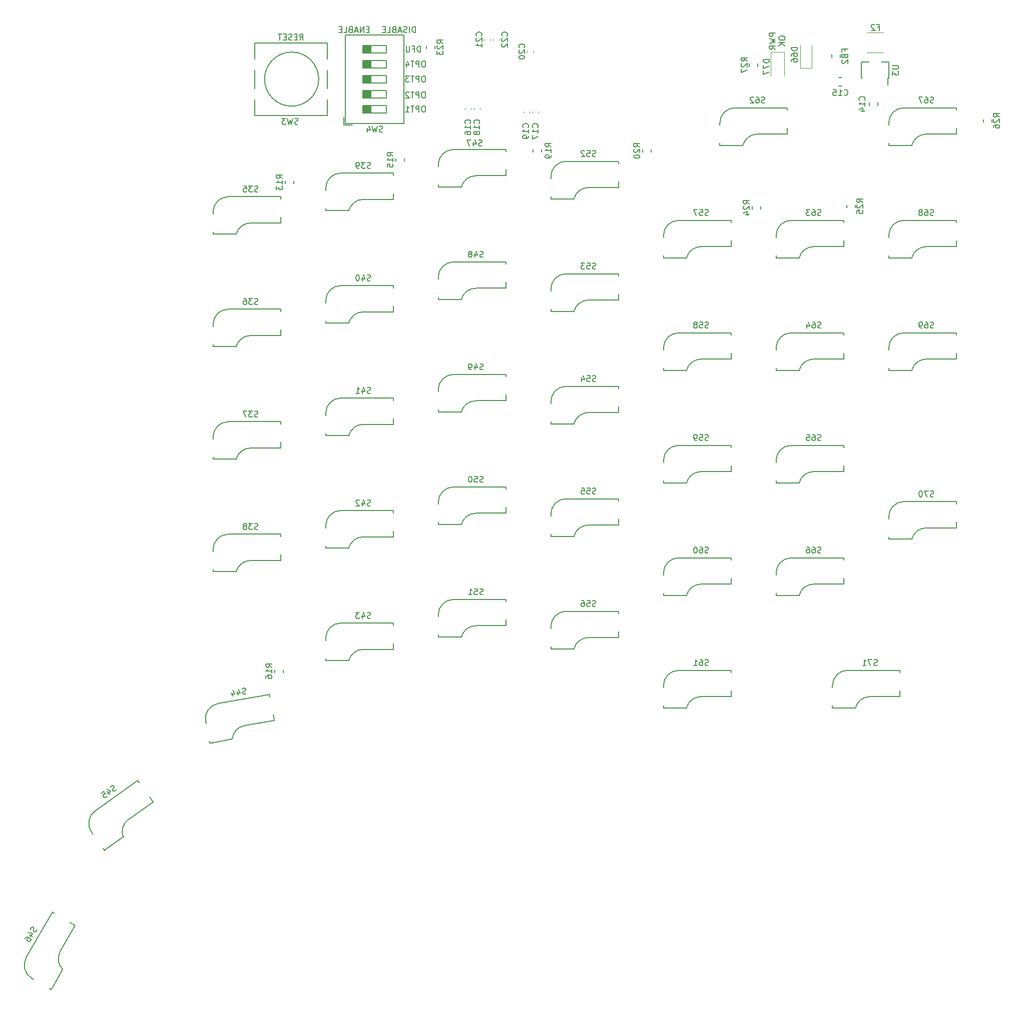
<source format=gbr>
%TF.GenerationSoftware,KiCad,Pcbnew,(6.0.0)*%
%TF.CreationDate,2022-01-02T22:49:07-08:00*%
%TF.ProjectId,thumbler_right,7468756d-626c-4657-925f-72696768742e,rev?*%
%TF.SameCoordinates,Original*%
%TF.FileFunction,Legend,Bot*%
%TF.FilePolarity,Positive*%
%FSLAX46Y46*%
G04 Gerber Fmt 4.6, Leading zero omitted, Abs format (unit mm)*
G04 Created by KiCad (PCBNEW (6.0.0)) date 2022-01-02 22:49:07*
%MOMM*%
%LPD*%
G01*
G04 APERTURE LIST*
%ADD10C,0.150000*%
%ADD11C,0.153000*%
%ADD12C,0.120000*%
G04 APERTURE END LIST*
D10*
X445417380Y-138874666D02*
X444417380Y-138874666D01*
X444417380Y-139255619D01*
X444465000Y-139350857D01*
X444512619Y-139398476D01*
X444607857Y-139446095D01*
X444750714Y-139446095D01*
X444845952Y-139398476D01*
X444893571Y-139350857D01*
X444941190Y-139255619D01*
X444941190Y-138874666D01*
X444417380Y-139779428D02*
X445417380Y-140017523D01*
X444703095Y-140208000D01*
X445417380Y-140398476D01*
X444417380Y-140636571D01*
X445417380Y-141588952D02*
X444941190Y-141255619D01*
X445417380Y-141017523D02*
X444417380Y-141017523D01*
X444417380Y-141398476D01*
X444465000Y-141493714D01*
X444512619Y-141541333D01*
X444607857Y-141588952D01*
X444750714Y-141588952D01*
X444845952Y-141541333D01*
X444893571Y-141493714D01*
X444941190Y-141398476D01*
X444941190Y-141017523D01*
X446027380Y-139612761D02*
X446027380Y-139803238D01*
X446075000Y-139898476D01*
X446170238Y-139993714D01*
X446360714Y-140041333D01*
X446694047Y-140041333D01*
X446884523Y-139993714D01*
X446979761Y-139898476D01*
X447027380Y-139803238D01*
X447027380Y-139612761D01*
X446979761Y-139517523D01*
X446884523Y-139422285D01*
X446694047Y-139374666D01*
X446360714Y-139374666D01*
X446170238Y-139422285D01*
X446075000Y-139517523D01*
X446027380Y-139612761D01*
X447027380Y-140469904D02*
X446027380Y-140469904D01*
X447027380Y-141041333D02*
X446455952Y-140612761D01*
X446027380Y-141041333D02*
X446598809Y-140469904D01*
X364926380Y-140025380D02*
X365259714Y-139549190D01*
X365497809Y-140025380D02*
X365497809Y-139025380D01*
X365116857Y-139025380D01*
X365021619Y-139073000D01*
X364974000Y-139120619D01*
X364926380Y-139215857D01*
X364926380Y-139358714D01*
X364974000Y-139453952D01*
X365021619Y-139501571D01*
X365116857Y-139549190D01*
X365497809Y-139549190D01*
X364497809Y-139501571D02*
X364164476Y-139501571D01*
X364021619Y-140025380D02*
X364497809Y-140025380D01*
X364497809Y-139025380D01*
X364021619Y-139025380D01*
X363640666Y-139977761D02*
X363497809Y-140025380D01*
X363259714Y-140025380D01*
X363164476Y-139977761D01*
X363116857Y-139930142D01*
X363069238Y-139834904D01*
X363069238Y-139739666D01*
X363116857Y-139644428D01*
X363164476Y-139596809D01*
X363259714Y-139549190D01*
X363450190Y-139501571D01*
X363545428Y-139453952D01*
X363593047Y-139406333D01*
X363640666Y-139311095D01*
X363640666Y-139215857D01*
X363593047Y-139120619D01*
X363545428Y-139073000D01*
X363450190Y-139025380D01*
X363212095Y-139025380D01*
X363069238Y-139073000D01*
X362640666Y-139501571D02*
X362307333Y-139501571D01*
X362164476Y-140025380D02*
X362640666Y-140025380D01*
X362640666Y-139025380D01*
X362164476Y-139025380D01*
X361878761Y-139025380D02*
X361307333Y-139025380D01*
X361593047Y-140025380D02*
X361593047Y-139025380D01*
X386008380Y-143597380D02*
X385817904Y-143597380D01*
X385722666Y-143645000D01*
X385627428Y-143740238D01*
X385579809Y-143930714D01*
X385579809Y-144264047D01*
X385627428Y-144454523D01*
X385722666Y-144549761D01*
X385817904Y-144597380D01*
X386008380Y-144597380D01*
X386103619Y-144549761D01*
X386198857Y-144454523D01*
X386246476Y-144264047D01*
X386246476Y-143930714D01*
X386198857Y-143740238D01*
X386103619Y-143645000D01*
X386008380Y-143597380D01*
X385151238Y-144597380D02*
X385151238Y-143597380D01*
X384770285Y-143597380D01*
X384675047Y-143645000D01*
X384627428Y-143692619D01*
X384579809Y-143787857D01*
X384579809Y-143930714D01*
X384627428Y-144025952D01*
X384675047Y-144073571D01*
X384770285Y-144121190D01*
X385151238Y-144121190D01*
X384294095Y-143597380D02*
X383722666Y-143597380D01*
X384008380Y-144597380D02*
X384008380Y-143597380D01*
X382960761Y-143930714D02*
X382960761Y-144597380D01*
X383198857Y-143549761D02*
X383436952Y-144264047D01*
X382817904Y-144264047D01*
X386008380Y-146137380D02*
X385817904Y-146137380D01*
X385722666Y-146185000D01*
X385627428Y-146280238D01*
X385579809Y-146470714D01*
X385579809Y-146804047D01*
X385627428Y-146994523D01*
X385722666Y-147089761D01*
X385817904Y-147137380D01*
X386008380Y-147137380D01*
X386103619Y-147089761D01*
X386198857Y-146994523D01*
X386246476Y-146804047D01*
X386246476Y-146470714D01*
X386198857Y-146280238D01*
X386103619Y-146185000D01*
X386008380Y-146137380D01*
X385151238Y-147137380D02*
X385151238Y-146137380D01*
X384770285Y-146137380D01*
X384675047Y-146185000D01*
X384627428Y-146232619D01*
X384579809Y-146327857D01*
X384579809Y-146470714D01*
X384627428Y-146565952D01*
X384675047Y-146613571D01*
X384770285Y-146661190D01*
X385151238Y-146661190D01*
X384294095Y-146137380D02*
X383722666Y-146137380D01*
X384008380Y-147137380D02*
X384008380Y-146137380D01*
X383484571Y-146137380D02*
X382865523Y-146137380D01*
X383198857Y-146518333D01*
X383056000Y-146518333D01*
X382960761Y-146565952D01*
X382913142Y-146613571D01*
X382865523Y-146708809D01*
X382865523Y-146946904D01*
X382913142Y-147042142D01*
X382960761Y-147089761D01*
X383056000Y-147137380D01*
X383341714Y-147137380D01*
X383436952Y-147089761D01*
X383484571Y-147042142D01*
X386008380Y-148804380D02*
X385817904Y-148804380D01*
X385722666Y-148852000D01*
X385627428Y-148947238D01*
X385579809Y-149137714D01*
X385579809Y-149471047D01*
X385627428Y-149661523D01*
X385722666Y-149756761D01*
X385817904Y-149804380D01*
X386008380Y-149804380D01*
X386103619Y-149756761D01*
X386198857Y-149661523D01*
X386246476Y-149471047D01*
X386246476Y-149137714D01*
X386198857Y-148947238D01*
X386103619Y-148852000D01*
X386008380Y-148804380D01*
X385151238Y-149804380D02*
X385151238Y-148804380D01*
X384770285Y-148804380D01*
X384675047Y-148852000D01*
X384627428Y-148899619D01*
X384579809Y-148994857D01*
X384579809Y-149137714D01*
X384627428Y-149232952D01*
X384675047Y-149280571D01*
X384770285Y-149328190D01*
X385151238Y-149328190D01*
X384294095Y-148804380D02*
X383722666Y-148804380D01*
X384008380Y-149804380D02*
X384008380Y-148804380D01*
X383436952Y-148899619D02*
X383389333Y-148852000D01*
X383294095Y-148804380D01*
X383056000Y-148804380D01*
X382960761Y-148852000D01*
X382913142Y-148899619D01*
X382865523Y-148994857D01*
X382865523Y-149090095D01*
X382913142Y-149232952D01*
X383484571Y-149804380D01*
X382865523Y-149804380D01*
X386008380Y-151217380D02*
X385817904Y-151217380D01*
X385722666Y-151265000D01*
X385627428Y-151360238D01*
X385579809Y-151550714D01*
X385579809Y-151884047D01*
X385627428Y-152074523D01*
X385722666Y-152169761D01*
X385817904Y-152217380D01*
X386008380Y-152217380D01*
X386103619Y-152169761D01*
X386198857Y-152074523D01*
X386246476Y-151884047D01*
X386246476Y-151550714D01*
X386198857Y-151360238D01*
X386103619Y-151265000D01*
X386008380Y-151217380D01*
X385151238Y-152217380D02*
X385151238Y-151217380D01*
X384770285Y-151217380D01*
X384675047Y-151265000D01*
X384627428Y-151312619D01*
X384579809Y-151407857D01*
X384579809Y-151550714D01*
X384627428Y-151645952D01*
X384675047Y-151693571D01*
X384770285Y-151741190D01*
X385151238Y-151741190D01*
X384294095Y-151217380D02*
X383722666Y-151217380D01*
X384008380Y-152217380D02*
X384008380Y-151217380D01*
X382865523Y-152217380D02*
X383436952Y-152217380D01*
X383151238Y-152217380D02*
X383151238Y-151217380D01*
X383246476Y-151360238D01*
X383341714Y-151455476D01*
X383436952Y-151503095D01*
X385389285Y-142057380D02*
X385389285Y-141057380D01*
X385151190Y-141057380D01*
X385008333Y-141105000D01*
X384913095Y-141200238D01*
X384865476Y-141295476D01*
X384817857Y-141485952D01*
X384817857Y-141628809D01*
X384865476Y-141819285D01*
X384913095Y-141914523D01*
X385008333Y-142009761D01*
X385151190Y-142057380D01*
X385389285Y-142057380D01*
X384055952Y-141533571D02*
X384389285Y-141533571D01*
X384389285Y-142057380D02*
X384389285Y-141057380D01*
X383913095Y-141057380D01*
X383532142Y-141057380D02*
X383532142Y-141866904D01*
X383484523Y-141962142D01*
X383436904Y-142009761D01*
X383341666Y-142057380D01*
X383151190Y-142057380D01*
X383055952Y-142009761D01*
X383008333Y-141962142D01*
X382960714Y-141866904D01*
X382960714Y-141057380D01*
X384523904Y-138755380D02*
X384523904Y-137755380D01*
X384285809Y-137755380D01*
X384142952Y-137803000D01*
X384047714Y-137898238D01*
X384000095Y-137993476D01*
X383952476Y-138183952D01*
X383952476Y-138326809D01*
X384000095Y-138517285D01*
X384047714Y-138612523D01*
X384142952Y-138707761D01*
X384285809Y-138755380D01*
X384523904Y-138755380D01*
X383523904Y-138755380D02*
X383523904Y-137755380D01*
X383095333Y-138707761D02*
X382952476Y-138755380D01*
X382714380Y-138755380D01*
X382619142Y-138707761D01*
X382571523Y-138660142D01*
X382523904Y-138564904D01*
X382523904Y-138469666D01*
X382571523Y-138374428D01*
X382619142Y-138326809D01*
X382714380Y-138279190D01*
X382904857Y-138231571D01*
X383000095Y-138183952D01*
X383047714Y-138136333D01*
X383095333Y-138041095D01*
X383095333Y-137945857D01*
X383047714Y-137850619D01*
X383000095Y-137803000D01*
X382904857Y-137755380D01*
X382666761Y-137755380D01*
X382523904Y-137803000D01*
X382142952Y-138469666D02*
X381666761Y-138469666D01*
X382238190Y-138755380D02*
X381904857Y-137755380D01*
X381571523Y-138755380D01*
X380904857Y-138231571D02*
X380762000Y-138279190D01*
X380714380Y-138326809D01*
X380666761Y-138422047D01*
X380666761Y-138564904D01*
X380714380Y-138660142D01*
X380762000Y-138707761D01*
X380857238Y-138755380D01*
X381238190Y-138755380D01*
X381238190Y-137755380D01*
X380904857Y-137755380D01*
X380809619Y-137803000D01*
X380762000Y-137850619D01*
X380714380Y-137945857D01*
X380714380Y-138041095D01*
X380762000Y-138136333D01*
X380809619Y-138183952D01*
X380904857Y-138231571D01*
X381238190Y-138231571D01*
X379762000Y-138755380D02*
X380238190Y-138755380D01*
X380238190Y-137755380D01*
X379428666Y-138231571D02*
X379095333Y-138231571D01*
X378952476Y-138755380D02*
X379428666Y-138755380D01*
X379428666Y-137755380D01*
X378952476Y-137755380D01*
X376665809Y-138231571D02*
X376332476Y-138231571D01*
X376189619Y-138755380D02*
X376665809Y-138755380D01*
X376665809Y-137755380D01*
X376189619Y-137755380D01*
X375761047Y-138755380D02*
X375761047Y-137755380D01*
X375189619Y-138755380D01*
X375189619Y-137755380D01*
X374761047Y-138469666D02*
X374284857Y-138469666D01*
X374856285Y-138755380D02*
X374522952Y-137755380D01*
X374189619Y-138755380D01*
X373522952Y-138231571D02*
X373380095Y-138279190D01*
X373332476Y-138326809D01*
X373284857Y-138422047D01*
X373284857Y-138564904D01*
X373332476Y-138660142D01*
X373380095Y-138707761D01*
X373475333Y-138755380D01*
X373856285Y-138755380D01*
X373856285Y-137755380D01*
X373522952Y-137755380D01*
X373427714Y-137803000D01*
X373380095Y-137850619D01*
X373332476Y-137945857D01*
X373332476Y-138041095D01*
X373380095Y-138136333D01*
X373427714Y-138183952D01*
X373522952Y-138231571D01*
X373856285Y-138231571D01*
X372380095Y-138755380D02*
X372856285Y-138755380D01*
X372856285Y-137755380D01*
X372046761Y-138231571D02*
X371713428Y-138231571D01*
X371570571Y-138755380D02*
X372046761Y-138755380D01*
X372046761Y-137755380D01*
X371570571Y-137755380D01*
%TO.C,S35*%
X357887095Y-165697261D02*
X357744238Y-165744880D01*
X357506142Y-165744880D01*
X357410904Y-165697261D01*
X357363285Y-165649642D01*
X357315666Y-165554404D01*
X357315666Y-165459166D01*
X357363285Y-165363928D01*
X357410904Y-165316309D01*
X357506142Y-165268690D01*
X357696619Y-165221071D01*
X357791857Y-165173452D01*
X357839476Y-165125833D01*
X357887095Y-165030595D01*
X357887095Y-164935357D01*
X357839476Y-164840119D01*
X357791857Y-164792500D01*
X357696619Y-164744880D01*
X357458523Y-164744880D01*
X357315666Y-164792500D01*
X356982333Y-164744880D02*
X356363285Y-164744880D01*
X356696619Y-165125833D01*
X356553761Y-165125833D01*
X356458523Y-165173452D01*
X356410904Y-165221071D01*
X356363285Y-165316309D01*
X356363285Y-165554404D01*
X356410904Y-165649642D01*
X356458523Y-165697261D01*
X356553761Y-165744880D01*
X356839476Y-165744880D01*
X356934714Y-165697261D01*
X356982333Y-165649642D01*
X355458523Y-164744880D02*
X355934714Y-164744880D01*
X355982333Y-165221071D01*
X355934714Y-165173452D01*
X355839476Y-165125833D01*
X355601380Y-165125833D01*
X355506142Y-165173452D01*
X355458523Y-165221071D01*
X355410904Y-165316309D01*
X355410904Y-165554404D01*
X355458523Y-165649642D01*
X355506142Y-165697261D01*
X355601380Y-165744880D01*
X355839476Y-165744880D01*
X355934714Y-165697261D01*
X355982333Y-165649642D01*
%TO.C,S44*%
X355913305Y-250676831D02*
X355780888Y-250748534D01*
X355546410Y-250789878D01*
X355444349Y-250759521D01*
X355389185Y-250720894D01*
X355325751Y-250635372D01*
X355309213Y-250541581D01*
X355339571Y-250439520D01*
X355378198Y-250384356D01*
X355463720Y-250320922D01*
X355643033Y-250240951D01*
X355728556Y-250177517D01*
X355767182Y-250122353D01*
X355797540Y-250020293D01*
X355781002Y-249926501D01*
X355717569Y-249840979D01*
X355662404Y-249802353D01*
X355560344Y-249771995D01*
X355325866Y-249813340D01*
X355193448Y-249885042D01*
X354398941Y-250315257D02*
X354514706Y-250971796D01*
X354567267Y-249898747D02*
X354925780Y-250560837D01*
X354316137Y-250668333D01*
X353461029Y-250480636D02*
X353576794Y-251137175D01*
X353629355Y-250064127D02*
X353987867Y-250726216D01*
X353378225Y-250833712D01*
%TO.C,S45*%
X333919902Y-266952938D02*
X333831146Y-267074585D01*
X333637188Y-267212679D01*
X333531987Y-267229125D01*
X333465576Y-267217952D01*
X333371548Y-267167987D01*
X333316310Y-267090404D01*
X333299864Y-266985203D01*
X333311037Y-266918792D01*
X333361002Y-266824763D01*
X333488549Y-266675497D01*
X333538513Y-266581468D01*
X333549686Y-266515058D01*
X333533240Y-266409856D01*
X333478003Y-266332273D01*
X333383974Y-266282309D01*
X333317564Y-266271136D01*
X333212362Y-266287582D01*
X333018405Y-266425675D01*
X332929649Y-266547323D01*
X332397113Y-267277208D02*
X332783775Y-267820290D01*
X332370122Y-266828783D02*
X332978359Y-267272562D01*
X332474070Y-267631605D01*
X331389161Y-267585660D02*
X331777076Y-267309473D01*
X332092054Y-267669770D01*
X332025644Y-267658597D01*
X331920442Y-267675043D01*
X331726485Y-267813136D01*
X331676520Y-267907165D01*
X331665347Y-267973575D01*
X331681793Y-268078777D01*
X331819887Y-268272735D01*
X331913916Y-268322699D01*
X331980326Y-268333872D01*
X332085527Y-268317426D01*
X332279485Y-268179333D01*
X332329449Y-268085304D01*
X332340622Y-268018893D01*
%TO.C,S46*%
X320464541Y-290607859D02*
X320434352Y-290755386D01*
X320315304Y-290961582D01*
X320226446Y-291020252D01*
X320161397Y-291037681D01*
X320055109Y-291031302D01*
X319972630Y-290983683D01*
X319913961Y-290894824D01*
X319896532Y-290829775D01*
X319902911Y-290723487D01*
X319956910Y-290534721D01*
X319963290Y-290428432D01*
X319945860Y-290363384D01*
X319887191Y-290274525D01*
X319804712Y-290226906D01*
X319698424Y-290220526D01*
X319633375Y-290237956D01*
X319544517Y-290296625D01*
X319425469Y-290502822D01*
X319395280Y-290650349D01*
X319214145Y-291535514D02*
X319791495Y-291868847D01*
X319003278Y-291138841D02*
X319740915Y-291289787D01*
X319431391Y-291825898D01*
X318449279Y-292193633D02*
X318544517Y-292028676D01*
X318633375Y-291970007D01*
X318698424Y-291952577D01*
X318869761Y-291941527D01*
X319058528Y-291995526D01*
X319388442Y-292186002D01*
X319447111Y-292274861D01*
X319464541Y-292339909D01*
X319458161Y-292446197D01*
X319362923Y-292611155D01*
X319274065Y-292669824D01*
X319209016Y-292687254D01*
X319102728Y-292680874D01*
X318896532Y-292561826D01*
X318837862Y-292472968D01*
X318820433Y-292407919D01*
X318826812Y-292301631D01*
X318922051Y-292136674D01*
X319010909Y-292078005D01*
X319075958Y-292060575D01*
X319182246Y-292066955D01*
%TO.C,S71*%
X462662095Y-245897261D02*
X462519238Y-245944880D01*
X462281142Y-245944880D01*
X462185904Y-245897261D01*
X462138285Y-245849642D01*
X462090666Y-245754404D01*
X462090666Y-245659166D01*
X462138285Y-245563928D01*
X462185904Y-245516309D01*
X462281142Y-245468690D01*
X462471619Y-245421071D01*
X462566857Y-245373452D01*
X462614476Y-245325833D01*
X462662095Y-245230595D01*
X462662095Y-245135357D01*
X462614476Y-245040119D01*
X462566857Y-244992500D01*
X462471619Y-244944880D01*
X462233523Y-244944880D01*
X462090666Y-244992500D01*
X461757333Y-244944880D02*
X461090666Y-244944880D01*
X461519238Y-245944880D01*
X460185904Y-245944880D02*
X460757333Y-245944880D01*
X460471619Y-245944880D02*
X460471619Y-244944880D01*
X460566857Y-245087738D01*
X460662095Y-245182976D01*
X460757333Y-245230595D01*
%TO.C,S39*%
X376937095Y-161697261D02*
X376794238Y-161744880D01*
X376556142Y-161744880D01*
X376460904Y-161697261D01*
X376413285Y-161649642D01*
X376365666Y-161554404D01*
X376365666Y-161459166D01*
X376413285Y-161363928D01*
X376460904Y-161316309D01*
X376556142Y-161268690D01*
X376746619Y-161221071D01*
X376841857Y-161173452D01*
X376889476Y-161125833D01*
X376937095Y-161030595D01*
X376937095Y-160935357D01*
X376889476Y-160840119D01*
X376841857Y-160792500D01*
X376746619Y-160744880D01*
X376508523Y-160744880D01*
X376365666Y-160792500D01*
X376032333Y-160744880D02*
X375413285Y-160744880D01*
X375746619Y-161125833D01*
X375603761Y-161125833D01*
X375508523Y-161173452D01*
X375460904Y-161221071D01*
X375413285Y-161316309D01*
X375413285Y-161554404D01*
X375460904Y-161649642D01*
X375508523Y-161697261D01*
X375603761Y-161744880D01*
X375889476Y-161744880D01*
X375984714Y-161697261D01*
X376032333Y-161649642D01*
X374937095Y-161744880D02*
X374746619Y-161744880D01*
X374651380Y-161697261D01*
X374603761Y-161649642D01*
X374508523Y-161506785D01*
X374460904Y-161316309D01*
X374460904Y-160935357D01*
X374508523Y-160840119D01*
X374556142Y-160792500D01*
X374651380Y-160744880D01*
X374841857Y-160744880D01*
X374937095Y-160792500D01*
X374984714Y-160840119D01*
X375032333Y-160935357D01*
X375032333Y-161173452D01*
X374984714Y-161268690D01*
X374937095Y-161316309D01*
X374841857Y-161363928D01*
X374651380Y-161363928D01*
X374556142Y-161316309D01*
X374508523Y-161268690D01*
X374460904Y-161173452D01*
%TO.C,S47*%
X395768345Y-157884761D02*
X395625488Y-157932380D01*
X395387392Y-157932380D01*
X395292154Y-157884761D01*
X395244535Y-157837142D01*
X395196916Y-157741904D01*
X395196916Y-157646666D01*
X395244535Y-157551428D01*
X395292154Y-157503809D01*
X395387392Y-157456190D01*
X395577869Y-157408571D01*
X395673107Y-157360952D01*
X395720726Y-157313333D01*
X395768345Y-157218095D01*
X395768345Y-157122857D01*
X395720726Y-157027619D01*
X395673107Y-156980000D01*
X395577869Y-156932380D01*
X395339773Y-156932380D01*
X395196916Y-156980000D01*
X394339773Y-157265714D02*
X394339773Y-157932380D01*
X394577869Y-156884761D02*
X394815964Y-157599047D01*
X394196916Y-157599047D01*
X393911202Y-156932380D02*
X393244535Y-156932380D01*
X393673107Y-157932380D01*
%TO.C,S52*%
X415037095Y-159697261D02*
X414894238Y-159744880D01*
X414656142Y-159744880D01*
X414560904Y-159697261D01*
X414513285Y-159649642D01*
X414465666Y-159554404D01*
X414465666Y-159459166D01*
X414513285Y-159363928D01*
X414560904Y-159316309D01*
X414656142Y-159268690D01*
X414846619Y-159221071D01*
X414941857Y-159173452D01*
X414989476Y-159125833D01*
X415037095Y-159030595D01*
X415037095Y-158935357D01*
X414989476Y-158840119D01*
X414941857Y-158792500D01*
X414846619Y-158744880D01*
X414608523Y-158744880D01*
X414465666Y-158792500D01*
X413560904Y-158744880D02*
X414037095Y-158744880D01*
X414084714Y-159221071D01*
X414037095Y-159173452D01*
X413941857Y-159125833D01*
X413703761Y-159125833D01*
X413608523Y-159173452D01*
X413560904Y-159221071D01*
X413513285Y-159316309D01*
X413513285Y-159554404D01*
X413560904Y-159649642D01*
X413608523Y-159697261D01*
X413703761Y-159744880D01*
X413941857Y-159744880D01*
X414037095Y-159697261D01*
X414084714Y-159649642D01*
X413132333Y-158840119D02*
X413084714Y-158792500D01*
X412989476Y-158744880D01*
X412751380Y-158744880D01*
X412656142Y-158792500D01*
X412608523Y-158840119D01*
X412560904Y-158935357D01*
X412560904Y-159030595D01*
X412608523Y-159173452D01*
X413179952Y-159744880D01*
X412560904Y-159744880D01*
%TO.C,S57*%
X434087095Y-169697261D02*
X433944238Y-169744880D01*
X433706142Y-169744880D01*
X433610904Y-169697261D01*
X433563285Y-169649642D01*
X433515666Y-169554404D01*
X433515666Y-169459166D01*
X433563285Y-169363928D01*
X433610904Y-169316309D01*
X433706142Y-169268690D01*
X433896619Y-169221071D01*
X433991857Y-169173452D01*
X434039476Y-169125833D01*
X434087095Y-169030595D01*
X434087095Y-168935357D01*
X434039476Y-168840119D01*
X433991857Y-168792500D01*
X433896619Y-168744880D01*
X433658523Y-168744880D01*
X433515666Y-168792500D01*
X432610904Y-168744880D02*
X433087095Y-168744880D01*
X433134714Y-169221071D01*
X433087095Y-169173452D01*
X432991857Y-169125833D01*
X432753761Y-169125833D01*
X432658523Y-169173452D01*
X432610904Y-169221071D01*
X432563285Y-169316309D01*
X432563285Y-169554404D01*
X432610904Y-169649642D01*
X432658523Y-169697261D01*
X432753761Y-169744880D01*
X432991857Y-169744880D01*
X433087095Y-169697261D01*
X433134714Y-169649642D01*
X432229952Y-168744880D02*
X431563285Y-168744880D01*
X431991857Y-169744880D01*
%TO.C,S62*%
X443612095Y-150647261D02*
X443469238Y-150694880D01*
X443231142Y-150694880D01*
X443135904Y-150647261D01*
X443088285Y-150599642D01*
X443040666Y-150504404D01*
X443040666Y-150409166D01*
X443088285Y-150313928D01*
X443135904Y-150266309D01*
X443231142Y-150218690D01*
X443421619Y-150171071D01*
X443516857Y-150123452D01*
X443564476Y-150075833D01*
X443612095Y-149980595D01*
X443612095Y-149885357D01*
X443564476Y-149790119D01*
X443516857Y-149742500D01*
X443421619Y-149694880D01*
X443183523Y-149694880D01*
X443040666Y-149742500D01*
X442183523Y-149694880D02*
X442374000Y-149694880D01*
X442469238Y-149742500D01*
X442516857Y-149790119D01*
X442612095Y-149932976D01*
X442659714Y-150123452D01*
X442659714Y-150504404D01*
X442612095Y-150599642D01*
X442564476Y-150647261D01*
X442469238Y-150694880D01*
X442278761Y-150694880D01*
X442183523Y-150647261D01*
X442135904Y-150599642D01*
X442088285Y-150504404D01*
X442088285Y-150266309D01*
X442135904Y-150171071D01*
X442183523Y-150123452D01*
X442278761Y-150075833D01*
X442469238Y-150075833D01*
X442564476Y-150123452D01*
X442612095Y-150171071D01*
X442659714Y-150266309D01*
X441707333Y-149790119D02*
X441659714Y-149742500D01*
X441564476Y-149694880D01*
X441326380Y-149694880D01*
X441231142Y-149742500D01*
X441183523Y-149790119D01*
X441135904Y-149885357D01*
X441135904Y-149980595D01*
X441183523Y-150123452D01*
X441754952Y-150694880D01*
X441135904Y-150694880D01*
%TO.C,S67*%
X472187095Y-150647261D02*
X472044238Y-150694880D01*
X471806142Y-150694880D01*
X471710904Y-150647261D01*
X471663285Y-150599642D01*
X471615666Y-150504404D01*
X471615666Y-150409166D01*
X471663285Y-150313928D01*
X471710904Y-150266309D01*
X471806142Y-150218690D01*
X471996619Y-150171071D01*
X472091857Y-150123452D01*
X472139476Y-150075833D01*
X472187095Y-149980595D01*
X472187095Y-149885357D01*
X472139476Y-149790119D01*
X472091857Y-149742500D01*
X471996619Y-149694880D01*
X471758523Y-149694880D01*
X471615666Y-149742500D01*
X470758523Y-149694880D02*
X470949000Y-149694880D01*
X471044238Y-149742500D01*
X471091857Y-149790119D01*
X471187095Y-149932976D01*
X471234714Y-150123452D01*
X471234714Y-150504404D01*
X471187095Y-150599642D01*
X471139476Y-150647261D01*
X471044238Y-150694880D01*
X470853761Y-150694880D01*
X470758523Y-150647261D01*
X470710904Y-150599642D01*
X470663285Y-150504404D01*
X470663285Y-150266309D01*
X470710904Y-150171071D01*
X470758523Y-150123452D01*
X470853761Y-150075833D01*
X471044238Y-150075833D01*
X471139476Y-150123452D01*
X471187095Y-150171071D01*
X471234714Y-150266309D01*
X470329952Y-149694880D02*
X469663285Y-149694880D01*
X470091857Y-150694880D01*
%TO.C,S36*%
X357887095Y-184747261D02*
X357744238Y-184794880D01*
X357506142Y-184794880D01*
X357410904Y-184747261D01*
X357363285Y-184699642D01*
X357315666Y-184604404D01*
X357315666Y-184509166D01*
X357363285Y-184413928D01*
X357410904Y-184366309D01*
X357506142Y-184318690D01*
X357696619Y-184271071D01*
X357791857Y-184223452D01*
X357839476Y-184175833D01*
X357887095Y-184080595D01*
X357887095Y-183985357D01*
X357839476Y-183890119D01*
X357791857Y-183842500D01*
X357696619Y-183794880D01*
X357458523Y-183794880D01*
X357315666Y-183842500D01*
X356982333Y-183794880D02*
X356363285Y-183794880D01*
X356696619Y-184175833D01*
X356553761Y-184175833D01*
X356458523Y-184223452D01*
X356410904Y-184271071D01*
X356363285Y-184366309D01*
X356363285Y-184604404D01*
X356410904Y-184699642D01*
X356458523Y-184747261D01*
X356553761Y-184794880D01*
X356839476Y-184794880D01*
X356934714Y-184747261D01*
X356982333Y-184699642D01*
X355506142Y-183794880D02*
X355696619Y-183794880D01*
X355791857Y-183842500D01*
X355839476Y-183890119D01*
X355934714Y-184032976D01*
X355982333Y-184223452D01*
X355982333Y-184604404D01*
X355934714Y-184699642D01*
X355887095Y-184747261D01*
X355791857Y-184794880D01*
X355601380Y-184794880D01*
X355506142Y-184747261D01*
X355458523Y-184699642D01*
X355410904Y-184604404D01*
X355410904Y-184366309D01*
X355458523Y-184271071D01*
X355506142Y-184223452D01*
X355601380Y-184175833D01*
X355791857Y-184175833D01*
X355887095Y-184223452D01*
X355934714Y-184271071D01*
X355982333Y-184366309D01*
%TO.C,S40*%
X376937095Y-180747261D02*
X376794238Y-180794880D01*
X376556142Y-180794880D01*
X376460904Y-180747261D01*
X376413285Y-180699642D01*
X376365666Y-180604404D01*
X376365666Y-180509166D01*
X376413285Y-180413928D01*
X376460904Y-180366309D01*
X376556142Y-180318690D01*
X376746619Y-180271071D01*
X376841857Y-180223452D01*
X376889476Y-180175833D01*
X376937095Y-180080595D01*
X376937095Y-179985357D01*
X376889476Y-179890119D01*
X376841857Y-179842500D01*
X376746619Y-179794880D01*
X376508523Y-179794880D01*
X376365666Y-179842500D01*
X375508523Y-180128214D02*
X375508523Y-180794880D01*
X375746619Y-179747261D02*
X375984714Y-180461547D01*
X375365666Y-180461547D01*
X374794238Y-179794880D02*
X374699000Y-179794880D01*
X374603761Y-179842500D01*
X374556142Y-179890119D01*
X374508523Y-179985357D01*
X374460904Y-180175833D01*
X374460904Y-180413928D01*
X374508523Y-180604404D01*
X374556142Y-180699642D01*
X374603761Y-180747261D01*
X374699000Y-180794880D01*
X374794238Y-180794880D01*
X374889476Y-180747261D01*
X374937095Y-180699642D01*
X374984714Y-180604404D01*
X375032333Y-180413928D01*
X375032333Y-180175833D01*
X374984714Y-179985357D01*
X374937095Y-179890119D01*
X374889476Y-179842500D01*
X374794238Y-179794880D01*
%TO.C,S48*%
X395987095Y-176747261D02*
X395844238Y-176794880D01*
X395606142Y-176794880D01*
X395510904Y-176747261D01*
X395463285Y-176699642D01*
X395415666Y-176604404D01*
X395415666Y-176509166D01*
X395463285Y-176413928D01*
X395510904Y-176366309D01*
X395606142Y-176318690D01*
X395796619Y-176271071D01*
X395891857Y-176223452D01*
X395939476Y-176175833D01*
X395987095Y-176080595D01*
X395987095Y-175985357D01*
X395939476Y-175890119D01*
X395891857Y-175842500D01*
X395796619Y-175794880D01*
X395558523Y-175794880D01*
X395415666Y-175842500D01*
X394558523Y-176128214D02*
X394558523Y-176794880D01*
X394796619Y-175747261D02*
X395034714Y-176461547D01*
X394415666Y-176461547D01*
X393891857Y-176223452D02*
X393987095Y-176175833D01*
X394034714Y-176128214D01*
X394082333Y-176032976D01*
X394082333Y-175985357D01*
X394034714Y-175890119D01*
X393987095Y-175842500D01*
X393891857Y-175794880D01*
X393701380Y-175794880D01*
X393606142Y-175842500D01*
X393558523Y-175890119D01*
X393510904Y-175985357D01*
X393510904Y-176032976D01*
X393558523Y-176128214D01*
X393606142Y-176175833D01*
X393701380Y-176223452D01*
X393891857Y-176223452D01*
X393987095Y-176271071D01*
X394034714Y-176318690D01*
X394082333Y-176413928D01*
X394082333Y-176604404D01*
X394034714Y-176699642D01*
X393987095Y-176747261D01*
X393891857Y-176794880D01*
X393701380Y-176794880D01*
X393606142Y-176747261D01*
X393558523Y-176699642D01*
X393510904Y-176604404D01*
X393510904Y-176413928D01*
X393558523Y-176318690D01*
X393606142Y-176271071D01*
X393701380Y-176223452D01*
%TO.C,S53*%
X415037095Y-178747261D02*
X414894238Y-178794880D01*
X414656142Y-178794880D01*
X414560904Y-178747261D01*
X414513285Y-178699642D01*
X414465666Y-178604404D01*
X414465666Y-178509166D01*
X414513285Y-178413928D01*
X414560904Y-178366309D01*
X414656142Y-178318690D01*
X414846619Y-178271071D01*
X414941857Y-178223452D01*
X414989476Y-178175833D01*
X415037095Y-178080595D01*
X415037095Y-177985357D01*
X414989476Y-177890119D01*
X414941857Y-177842500D01*
X414846619Y-177794880D01*
X414608523Y-177794880D01*
X414465666Y-177842500D01*
X413560904Y-177794880D02*
X414037095Y-177794880D01*
X414084714Y-178271071D01*
X414037095Y-178223452D01*
X413941857Y-178175833D01*
X413703761Y-178175833D01*
X413608523Y-178223452D01*
X413560904Y-178271071D01*
X413513285Y-178366309D01*
X413513285Y-178604404D01*
X413560904Y-178699642D01*
X413608523Y-178747261D01*
X413703761Y-178794880D01*
X413941857Y-178794880D01*
X414037095Y-178747261D01*
X414084714Y-178699642D01*
X413179952Y-177794880D02*
X412560904Y-177794880D01*
X412894238Y-178175833D01*
X412751380Y-178175833D01*
X412656142Y-178223452D01*
X412608523Y-178271071D01*
X412560904Y-178366309D01*
X412560904Y-178604404D01*
X412608523Y-178699642D01*
X412656142Y-178747261D01*
X412751380Y-178794880D01*
X413037095Y-178794880D01*
X413132333Y-178747261D01*
X413179952Y-178699642D01*
%TO.C,S58*%
X434087095Y-188747261D02*
X433944238Y-188794880D01*
X433706142Y-188794880D01*
X433610904Y-188747261D01*
X433563285Y-188699642D01*
X433515666Y-188604404D01*
X433515666Y-188509166D01*
X433563285Y-188413928D01*
X433610904Y-188366309D01*
X433706142Y-188318690D01*
X433896619Y-188271071D01*
X433991857Y-188223452D01*
X434039476Y-188175833D01*
X434087095Y-188080595D01*
X434087095Y-187985357D01*
X434039476Y-187890119D01*
X433991857Y-187842500D01*
X433896619Y-187794880D01*
X433658523Y-187794880D01*
X433515666Y-187842500D01*
X432610904Y-187794880D02*
X433087095Y-187794880D01*
X433134714Y-188271071D01*
X433087095Y-188223452D01*
X432991857Y-188175833D01*
X432753761Y-188175833D01*
X432658523Y-188223452D01*
X432610904Y-188271071D01*
X432563285Y-188366309D01*
X432563285Y-188604404D01*
X432610904Y-188699642D01*
X432658523Y-188747261D01*
X432753761Y-188794880D01*
X432991857Y-188794880D01*
X433087095Y-188747261D01*
X433134714Y-188699642D01*
X431991857Y-188223452D02*
X432087095Y-188175833D01*
X432134714Y-188128214D01*
X432182333Y-188032976D01*
X432182333Y-187985357D01*
X432134714Y-187890119D01*
X432087095Y-187842500D01*
X431991857Y-187794880D01*
X431801380Y-187794880D01*
X431706142Y-187842500D01*
X431658523Y-187890119D01*
X431610904Y-187985357D01*
X431610904Y-188032976D01*
X431658523Y-188128214D01*
X431706142Y-188175833D01*
X431801380Y-188223452D01*
X431991857Y-188223452D01*
X432087095Y-188271071D01*
X432134714Y-188318690D01*
X432182333Y-188413928D01*
X432182333Y-188604404D01*
X432134714Y-188699642D01*
X432087095Y-188747261D01*
X431991857Y-188794880D01*
X431801380Y-188794880D01*
X431706142Y-188747261D01*
X431658523Y-188699642D01*
X431610904Y-188604404D01*
X431610904Y-188413928D01*
X431658523Y-188318690D01*
X431706142Y-188271071D01*
X431801380Y-188223452D01*
%TO.C,S63*%
X453137095Y-169697261D02*
X452994238Y-169744880D01*
X452756142Y-169744880D01*
X452660904Y-169697261D01*
X452613285Y-169649642D01*
X452565666Y-169554404D01*
X452565666Y-169459166D01*
X452613285Y-169363928D01*
X452660904Y-169316309D01*
X452756142Y-169268690D01*
X452946619Y-169221071D01*
X453041857Y-169173452D01*
X453089476Y-169125833D01*
X453137095Y-169030595D01*
X453137095Y-168935357D01*
X453089476Y-168840119D01*
X453041857Y-168792500D01*
X452946619Y-168744880D01*
X452708523Y-168744880D01*
X452565666Y-168792500D01*
X451708523Y-168744880D02*
X451899000Y-168744880D01*
X451994238Y-168792500D01*
X452041857Y-168840119D01*
X452137095Y-168982976D01*
X452184714Y-169173452D01*
X452184714Y-169554404D01*
X452137095Y-169649642D01*
X452089476Y-169697261D01*
X451994238Y-169744880D01*
X451803761Y-169744880D01*
X451708523Y-169697261D01*
X451660904Y-169649642D01*
X451613285Y-169554404D01*
X451613285Y-169316309D01*
X451660904Y-169221071D01*
X451708523Y-169173452D01*
X451803761Y-169125833D01*
X451994238Y-169125833D01*
X452089476Y-169173452D01*
X452137095Y-169221071D01*
X452184714Y-169316309D01*
X451279952Y-168744880D02*
X450660904Y-168744880D01*
X450994238Y-169125833D01*
X450851380Y-169125833D01*
X450756142Y-169173452D01*
X450708523Y-169221071D01*
X450660904Y-169316309D01*
X450660904Y-169554404D01*
X450708523Y-169649642D01*
X450756142Y-169697261D01*
X450851380Y-169744880D01*
X451137095Y-169744880D01*
X451232333Y-169697261D01*
X451279952Y-169649642D01*
%TO.C,S68*%
X472187095Y-169697261D02*
X472044238Y-169744880D01*
X471806142Y-169744880D01*
X471710904Y-169697261D01*
X471663285Y-169649642D01*
X471615666Y-169554404D01*
X471615666Y-169459166D01*
X471663285Y-169363928D01*
X471710904Y-169316309D01*
X471806142Y-169268690D01*
X471996619Y-169221071D01*
X472091857Y-169173452D01*
X472139476Y-169125833D01*
X472187095Y-169030595D01*
X472187095Y-168935357D01*
X472139476Y-168840119D01*
X472091857Y-168792500D01*
X471996619Y-168744880D01*
X471758523Y-168744880D01*
X471615666Y-168792500D01*
X470758523Y-168744880D02*
X470949000Y-168744880D01*
X471044238Y-168792500D01*
X471091857Y-168840119D01*
X471187095Y-168982976D01*
X471234714Y-169173452D01*
X471234714Y-169554404D01*
X471187095Y-169649642D01*
X471139476Y-169697261D01*
X471044238Y-169744880D01*
X470853761Y-169744880D01*
X470758523Y-169697261D01*
X470710904Y-169649642D01*
X470663285Y-169554404D01*
X470663285Y-169316309D01*
X470710904Y-169221071D01*
X470758523Y-169173452D01*
X470853761Y-169125833D01*
X471044238Y-169125833D01*
X471139476Y-169173452D01*
X471187095Y-169221071D01*
X471234714Y-169316309D01*
X470091857Y-169173452D02*
X470187095Y-169125833D01*
X470234714Y-169078214D01*
X470282333Y-168982976D01*
X470282333Y-168935357D01*
X470234714Y-168840119D01*
X470187095Y-168792500D01*
X470091857Y-168744880D01*
X469901380Y-168744880D01*
X469806142Y-168792500D01*
X469758523Y-168840119D01*
X469710904Y-168935357D01*
X469710904Y-168982976D01*
X469758523Y-169078214D01*
X469806142Y-169125833D01*
X469901380Y-169173452D01*
X470091857Y-169173452D01*
X470187095Y-169221071D01*
X470234714Y-169268690D01*
X470282333Y-169363928D01*
X470282333Y-169554404D01*
X470234714Y-169649642D01*
X470187095Y-169697261D01*
X470091857Y-169744880D01*
X469901380Y-169744880D01*
X469806142Y-169697261D01*
X469758523Y-169649642D01*
X469710904Y-169554404D01*
X469710904Y-169363928D01*
X469758523Y-169268690D01*
X469806142Y-169221071D01*
X469901380Y-169173452D01*
%TO.C,S37*%
X357887095Y-203797261D02*
X357744238Y-203844880D01*
X357506142Y-203844880D01*
X357410904Y-203797261D01*
X357363285Y-203749642D01*
X357315666Y-203654404D01*
X357315666Y-203559166D01*
X357363285Y-203463928D01*
X357410904Y-203416309D01*
X357506142Y-203368690D01*
X357696619Y-203321071D01*
X357791857Y-203273452D01*
X357839476Y-203225833D01*
X357887095Y-203130595D01*
X357887095Y-203035357D01*
X357839476Y-202940119D01*
X357791857Y-202892500D01*
X357696619Y-202844880D01*
X357458523Y-202844880D01*
X357315666Y-202892500D01*
X356982333Y-202844880D02*
X356363285Y-202844880D01*
X356696619Y-203225833D01*
X356553761Y-203225833D01*
X356458523Y-203273452D01*
X356410904Y-203321071D01*
X356363285Y-203416309D01*
X356363285Y-203654404D01*
X356410904Y-203749642D01*
X356458523Y-203797261D01*
X356553761Y-203844880D01*
X356839476Y-203844880D01*
X356934714Y-203797261D01*
X356982333Y-203749642D01*
X356029952Y-202844880D02*
X355363285Y-202844880D01*
X355791857Y-203844880D01*
%TO.C,S41*%
X376937095Y-199797261D02*
X376794238Y-199844880D01*
X376556142Y-199844880D01*
X376460904Y-199797261D01*
X376413285Y-199749642D01*
X376365666Y-199654404D01*
X376365666Y-199559166D01*
X376413285Y-199463928D01*
X376460904Y-199416309D01*
X376556142Y-199368690D01*
X376746619Y-199321071D01*
X376841857Y-199273452D01*
X376889476Y-199225833D01*
X376937095Y-199130595D01*
X376937095Y-199035357D01*
X376889476Y-198940119D01*
X376841857Y-198892500D01*
X376746619Y-198844880D01*
X376508523Y-198844880D01*
X376365666Y-198892500D01*
X375508523Y-199178214D02*
X375508523Y-199844880D01*
X375746619Y-198797261D02*
X375984714Y-199511547D01*
X375365666Y-199511547D01*
X374460904Y-199844880D02*
X375032333Y-199844880D01*
X374746619Y-199844880D02*
X374746619Y-198844880D01*
X374841857Y-198987738D01*
X374937095Y-199082976D01*
X375032333Y-199130595D01*
%TO.C,S49*%
X395987095Y-195797261D02*
X395844238Y-195844880D01*
X395606142Y-195844880D01*
X395510904Y-195797261D01*
X395463285Y-195749642D01*
X395415666Y-195654404D01*
X395415666Y-195559166D01*
X395463285Y-195463928D01*
X395510904Y-195416309D01*
X395606142Y-195368690D01*
X395796619Y-195321071D01*
X395891857Y-195273452D01*
X395939476Y-195225833D01*
X395987095Y-195130595D01*
X395987095Y-195035357D01*
X395939476Y-194940119D01*
X395891857Y-194892500D01*
X395796619Y-194844880D01*
X395558523Y-194844880D01*
X395415666Y-194892500D01*
X394558523Y-195178214D02*
X394558523Y-195844880D01*
X394796619Y-194797261D02*
X395034714Y-195511547D01*
X394415666Y-195511547D01*
X393987095Y-195844880D02*
X393796619Y-195844880D01*
X393701380Y-195797261D01*
X393653761Y-195749642D01*
X393558523Y-195606785D01*
X393510904Y-195416309D01*
X393510904Y-195035357D01*
X393558523Y-194940119D01*
X393606142Y-194892500D01*
X393701380Y-194844880D01*
X393891857Y-194844880D01*
X393987095Y-194892500D01*
X394034714Y-194940119D01*
X394082333Y-195035357D01*
X394082333Y-195273452D01*
X394034714Y-195368690D01*
X393987095Y-195416309D01*
X393891857Y-195463928D01*
X393701380Y-195463928D01*
X393606142Y-195416309D01*
X393558523Y-195368690D01*
X393510904Y-195273452D01*
%TO.C,S54*%
X415037095Y-197797261D02*
X414894238Y-197844880D01*
X414656142Y-197844880D01*
X414560904Y-197797261D01*
X414513285Y-197749642D01*
X414465666Y-197654404D01*
X414465666Y-197559166D01*
X414513285Y-197463928D01*
X414560904Y-197416309D01*
X414656142Y-197368690D01*
X414846619Y-197321071D01*
X414941857Y-197273452D01*
X414989476Y-197225833D01*
X415037095Y-197130595D01*
X415037095Y-197035357D01*
X414989476Y-196940119D01*
X414941857Y-196892500D01*
X414846619Y-196844880D01*
X414608523Y-196844880D01*
X414465666Y-196892500D01*
X413560904Y-196844880D02*
X414037095Y-196844880D01*
X414084714Y-197321071D01*
X414037095Y-197273452D01*
X413941857Y-197225833D01*
X413703761Y-197225833D01*
X413608523Y-197273452D01*
X413560904Y-197321071D01*
X413513285Y-197416309D01*
X413513285Y-197654404D01*
X413560904Y-197749642D01*
X413608523Y-197797261D01*
X413703761Y-197844880D01*
X413941857Y-197844880D01*
X414037095Y-197797261D01*
X414084714Y-197749642D01*
X412656142Y-197178214D02*
X412656142Y-197844880D01*
X412894238Y-196797261D02*
X413132333Y-197511547D01*
X412513285Y-197511547D01*
%TO.C,S59*%
X434087095Y-207797261D02*
X433944238Y-207844880D01*
X433706142Y-207844880D01*
X433610904Y-207797261D01*
X433563285Y-207749642D01*
X433515666Y-207654404D01*
X433515666Y-207559166D01*
X433563285Y-207463928D01*
X433610904Y-207416309D01*
X433706142Y-207368690D01*
X433896619Y-207321071D01*
X433991857Y-207273452D01*
X434039476Y-207225833D01*
X434087095Y-207130595D01*
X434087095Y-207035357D01*
X434039476Y-206940119D01*
X433991857Y-206892500D01*
X433896619Y-206844880D01*
X433658523Y-206844880D01*
X433515666Y-206892500D01*
X432610904Y-206844880D02*
X433087095Y-206844880D01*
X433134714Y-207321071D01*
X433087095Y-207273452D01*
X432991857Y-207225833D01*
X432753761Y-207225833D01*
X432658523Y-207273452D01*
X432610904Y-207321071D01*
X432563285Y-207416309D01*
X432563285Y-207654404D01*
X432610904Y-207749642D01*
X432658523Y-207797261D01*
X432753761Y-207844880D01*
X432991857Y-207844880D01*
X433087095Y-207797261D01*
X433134714Y-207749642D01*
X432087095Y-207844880D02*
X431896619Y-207844880D01*
X431801380Y-207797261D01*
X431753761Y-207749642D01*
X431658523Y-207606785D01*
X431610904Y-207416309D01*
X431610904Y-207035357D01*
X431658523Y-206940119D01*
X431706142Y-206892500D01*
X431801380Y-206844880D01*
X431991857Y-206844880D01*
X432087095Y-206892500D01*
X432134714Y-206940119D01*
X432182333Y-207035357D01*
X432182333Y-207273452D01*
X432134714Y-207368690D01*
X432087095Y-207416309D01*
X431991857Y-207463928D01*
X431801380Y-207463928D01*
X431706142Y-207416309D01*
X431658523Y-207368690D01*
X431610904Y-207273452D01*
%TO.C,S64*%
X453137095Y-188747261D02*
X452994238Y-188794880D01*
X452756142Y-188794880D01*
X452660904Y-188747261D01*
X452613285Y-188699642D01*
X452565666Y-188604404D01*
X452565666Y-188509166D01*
X452613285Y-188413928D01*
X452660904Y-188366309D01*
X452756142Y-188318690D01*
X452946619Y-188271071D01*
X453041857Y-188223452D01*
X453089476Y-188175833D01*
X453137095Y-188080595D01*
X453137095Y-187985357D01*
X453089476Y-187890119D01*
X453041857Y-187842500D01*
X452946619Y-187794880D01*
X452708523Y-187794880D01*
X452565666Y-187842500D01*
X451708523Y-187794880D02*
X451899000Y-187794880D01*
X451994238Y-187842500D01*
X452041857Y-187890119D01*
X452137095Y-188032976D01*
X452184714Y-188223452D01*
X452184714Y-188604404D01*
X452137095Y-188699642D01*
X452089476Y-188747261D01*
X451994238Y-188794880D01*
X451803761Y-188794880D01*
X451708523Y-188747261D01*
X451660904Y-188699642D01*
X451613285Y-188604404D01*
X451613285Y-188366309D01*
X451660904Y-188271071D01*
X451708523Y-188223452D01*
X451803761Y-188175833D01*
X451994238Y-188175833D01*
X452089476Y-188223452D01*
X452137095Y-188271071D01*
X452184714Y-188366309D01*
X450756142Y-188128214D02*
X450756142Y-188794880D01*
X450994238Y-187747261D02*
X451232333Y-188461547D01*
X450613285Y-188461547D01*
%TO.C,S69*%
X472187095Y-188747261D02*
X472044238Y-188794880D01*
X471806142Y-188794880D01*
X471710904Y-188747261D01*
X471663285Y-188699642D01*
X471615666Y-188604404D01*
X471615666Y-188509166D01*
X471663285Y-188413928D01*
X471710904Y-188366309D01*
X471806142Y-188318690D01*
X471996619Y-188271071D01*
X472091857Y-188223452D01*
X472139476Y-188175833D01*
X472187095Y-188080595D01*
X472187095Y-187985357D01*
X472139476Y-187890119D01*
X472091857Y-187842500D01*
X471996619Y-187794880D01*
X471758523Y-187794880D01*
X471615666Y-187842500D01*
X470758523Y-187794880D02*
X470949000Y-187794880D01*
X471044238Y-187842500D01*
X471091857Y-187890119D01*
X471187095Y-188032976D01*
X471234714Y-188223452D01*
X471234714Y-188604404D01*
X471187095Y-188699642D01*
X471139476Y-188747261D01*
X471044238Y-188794880D01*
X470853761Y-188794880D01*
X470758523Y-188747261D01*
X470710904Y-188699642D01*
X470663285Y-188604404D01*
X470663285Y-188366309D01*
X470710904Y-188271071D01*
X470758523Y-188223452D01*
X470853761Y-188175833D01*
X471044238Y-188175833D01*
X471139476Y-188223452D01*
X471187095Y-188271071D01*
X471234714Y-188366309D01*
X470187095Y-188794880D02*
X469996619Y-188794880D01*
X469901380Y-188747261D01*
X469853761Y-188699642D01*
X469758523Y-188556785D01*
X469710904Y-188366309D01*
X469710904Y-187985357D01*
X469758523Y-187890119D01*
X469806142Y-187842500D01*
X469901380Y-187794880D01*
X470091857Y-187794880D01*
X470187095Y-187842500D01*
X470234714Y-187890119D01*
X470282333Y-187985357D01*
X470282333Y-188223452D01*
X470234714Y-188318690D01*
X470187095Y-188366309D01*
X470091857Y-188413928D01*
X469901380Y-188413928D01*
X469806142Y-188366309D01*
X469758523Y-188318690D01*
X469710904Y-188223452D01*
%TO.C,S38*%
X357887095Y-222847261D02*
X357744238Y-222894880D01*
X357506142Y-222894880D01*
X357410904Y-222847261D01*
X357363285Y-222799642D01*
X357315666Y-222704404D01*
X357315666Y-222609166D01*
X357363285Y-222513928D01*
X357410904Y-222466309D01*
X357506142Y-222418690D01*
X357696619Y-222371071D01*
X357791857Y-222323452D01*
X357839476Y-222275833D01*
X357887095Y-222180595D01*
X357887095Y-222085357D01*
X357839476Y-221990119D01*
X357791857Y-221942500D01*
X357696619Y-221894880D01*
X357458523Y-221894880D01*
X357315666Y-221942500D01*
X356982333Y-221894880D02*
X356363285Y-221894880D01*
X356696619Y-222275833D01*
X356553761Y-222275833D01*
X356458523Y-222323452D01*
X356410904Y-222371071D01*
X356363285Y-222466309D01*
X356363285Y-222704404D01*
X356410904Y-222799642D01*
X356458523Y-222847261D01*
X356553761Y-222894880D01*
X356839476Y-222894880D01*
X356934714Y-222847261D01*
X356982333Y-222799642D01*
X355791857Y-222323452D02*
X355887095Y-222275833D01*
X355934714Y-222228214D01*
X355982333Y-222132976D01*
X355982333Y-222085357D01*
X355934714Y-221990119D01*
X355887095Y-221942500D01*
X355791857Y-221894880D01*
X355601380Y-221894880D01*
X355506142Y-221942500D01*
X355458523Y-221990119D01*
X355410904Y-222085357D01*
X355410904Y-222132976D01*
X355458523Y-222228214D01*
X355506142Y-222275833D01*
X355601380Y-222323452D01*
X355791857Y-222323452D01*
X355887095Y-222371071D01*
X355934714Y-222418690D01*
X355982333Y-222513928D01*
X355982333Y-222704404D01*
X355934714Y-222799642D01*
X355887095Y-222847261D01*
X355791857Y-222894880D01*
X355601380Y-222894880D01*
X355506142Y-222847261D01*
X355458523Y-222799642D01*
X355410904Y-222704404D01*
X355410904Y-222513928D01*
X355458523Y-222418690D01*
X355506142Y-222371071D01*
X355601380Y-222323452D01*
%TO.C,S42*%
X376937095Y-218847261D02*
X376794238Y-218894880D01*
X376556142Y-218894880D01*
X376460904Y-218847261D01*
X376413285Y-218799642D01*
X376365666Y-218704404D01*
X376365666Y-218609166D01*
X376413285Y-218513928D01*
X376460904Y-218466309D01*
X376556142Y-218418690D01*
X376746619Y-218371071D01*
X376841857Y-218323452D01*
X376889476Y-218275833D01*
X376937095Y-218180595D01*
X376937095Y-218085357D01*
X376889476Y-217990119D01*
X376841857Y-217942500D01*
X376746619Y-217894880D01*
X376508523Y-217894880D01*
X376365666Y-217942500D01*
X375508523Y-218228214D02*
X375508523Y-218894880D01*
X375746619Y-217847261D02*
X375984714Y-218561547D01*
X375365666Y-218561547D01*
X375032333Y-217990119D02*
X374984714Y-217942500D01*
X374889476Y-217894880D01*
X374651380Y-217894880D01*
X374556142Y-217942500D01*
X374508523Y-217990119D01*
X374460904Y-218085357D01*
X374460904Y-218180595D01*
X374508523Y-218323452D01*
X375079952Y-218894880D01*
X374460904Y-218894880D01*
%TO.C,S50*%
X395987095Y-214847261D02*
X395844238Y-214894880D01*
X395606142Y-214894880D01*
X395510904Y-214847261D01*
X395463285Y-214799642D01*
X395415666Y-214704404D01*
X395415666Y-214609166D01*
X395463285Y-214513928D01*
X395510904Y-214466309D01*
X395606142Y-214418690D01*
X395796619Y-214371071D01*
X395891857Y-214323452D01*
X395939476Y-214275833D01*
X395987095Y-214180595D01*
X395987095Y-214085357D01*
X395939476Y-213990119D01*
X395891857Y-213942500D01*
X395796619Y-213894880D01*
X395558523Y-213894880D01*
X395415666Y-213942500D01*
X394510904Y-213894880D02*
X394987095Y-213894880D01*
X395034714Y-214371071D01*
X394987095Y-214323452D01*
X394891857Y-214275833D01*
X394653761Y-214275833D01*
X394558523Y-214323452D01*
X394510904Y-214371071D01*
X394463285Y-214466309D01*
X394463285Y-214704404D01*
X394510904Y-214799642D01*
X394558523Y-214847261D01*
X394653761Y-214894880D01*
X394891857Y-214894880D01*
X394987095Y-214847261D01*
X395034714Y-214799642D01*
X393844238Y-213894880D02*
X393749000Y-213894880D01*
X393653761Y-213942500D01*
X393606142Y-213990119D01*
X393558523Y-214085357D01*
X393510904Y-214275833D01*
X393510904Y-214513928D01*
X393558523Y-214704404D01*
X393606142Y-214799642D01*
X393653761Y-214847261D01*
X393749000Y-214894880D01*
X393844238Y-214894880D01*
X393939476Y-214847261D01*
X393987095Y-214799642D01*
X394034714Y-214704404D01*
X394082333Y-214513928D01*
X394082333Y-214275833D01*
X394034714Y-214085357D01*
X393987095Y-213990119D01*
X393939476Y-213942500D01*
X393844238Y-213894880D01*
%TO.C,S55*%
X415037095Y-216847261D02*
X414894238Y-216894880D01*
X414656142Y-216894880D01*
X414560904Y-216847261D01*
X414513285Y-216799642D01*
X414465666Y-216704404D01*
X414465666Y-216609166D01*
X414513285Y-216513928D01*
X414560904Y-216466309D01*
X414656142Y-216418690D01*
X414846619Y-216371071D01*
X414941857Y-216323452D01*
X414989476Y-216275833D01*
X415037095Y-216180595D01*
X415037095Y-216085357D01*
X414989476Y-215990119D01*
X414941857Y-215942500D01*
X414846619Y-215894880D01*
X414608523Y-215894880D01*
X414465666Y-215942500D01*
X413560904Y-215894880D02*
X414037095Y-215894880D01*
X414084714Y-216371071D01*
X414037095Y-216323452D01*
X413941857Y-216275833D01*
X413703761Y-216275833D01*
X413608523Y-216323452D01*
X413560904Y-216371071D01*
X413513285Y-216466309D01*
X413513285Y-216704404D01*
X413560904Y-216799642D01*
X413608523Y-216847261D01*
X413703761Y-216894880D01*
X413941857Y-216894880D01*
X414037095Y-216847261D01*
X414084714Y-216799642D01*
X412608523Y-215894880D02*
X413084714Y-215894880D01*
X413132333Y-216371071D01*
X413084714Y-216323452D01*
X412989476Y-216275833D01*
X412751380Y-216275833D01*
X412656142Y-216323452D01*
X412608523Y-216371071D01*
X412560904Y-216466309D01*
X412560904Y-216704404D01*
X412608523Y-216799642D01*
X412656142Y-216847261D01*
X412751380Y-216894880D01*
X412989476Y-216894880D01*
X413084714Y-216847261D01*
X413132333Y-216799642D01*
%TO.C,S60*%
X434087095Y-226847261D02*
X433944238Y-226894880D01*
X433706142Y-226894880D01*
X433610904Y-226847261D01*
X433563285Y-226799642D01*
X433515666Y-226704404D01*
X433515666Y-226609166D01*
X433563285Y-226513928D01*
X433610904Y-226466309D01*
X433706142Y-226418690D01*
X433896619Y-226371071D01*
X433991857Y-226323452D01*
X434039476Y-226275833D01*
X434087095Y-226180595D01*
X434087095Y-226085357D01*
X434039476Y-225990119D01*
X433991857Y-225942500D01*
X433896619Y-225894880D01*
X433658523Y-225894880D01*
X433515666Y-225942500D01*
X432658523Y-225894880D02*
X432849000Y-225894880D01*
X432944238Y-225942500D01*
X432991857Y-225990119D01*
X433087095Y-226132976D01*
X433134714Y-226323452D01*
X433134714Y-226704404D01*
X433087095Y-226799642D01*
X433039476Y-226847261D01*
X432944238Y-226894880D01*
X432753761Y-226894880D01*
X432658523Y-226847261D01*
X432610904Y-226799642D01*
X432563285Y-226704404D01*
X432563285Y-226466309D01*
X432610904Y-226371071D01*
X432658523Y-226323452D01*
X432753761Y-226275833D01*
X432944238Y-226275833D01*
X433039476Y-226323452D01*
X433087095Y-226371071D01*
X433134714Y-226466309D01*
X431944238Y-225894880D02*
X431849000Y-225894880D01*
X431753761Y-225942500D01*
X431706142Y-225990119D01*
X431658523Y-226085357D01*
X431610904Y-226275833D01*
X431610904Y-226513928D01*
X431658523Y-226704404D01*
X431706142Y-226799642D01*
X431753761Y-226847261D01*
X431849000Y-226894880D01*
X431944238Y-226894880D01*
X432039476Y-226847261D01*
X432087095Y-226799642D01*
X432134714Y-226704404D01*
X432182333Y-226513928D01*
X432182333Y-226275833D01*
X432134714Y-226085357D01*
X432087095Y-225990119D01*
X432039476Y-225942500D01*
X431944238Y-225894880D01*
%TO.C,S65*%
X453137095Y-207797261D02*
X452994238Y-207844880D01*
X452756142Y-207844880D01*
X452660904Y-207797261D01*
X452613285Y-207749642D01*
X452565666Y-207654404D01*
X452565666Y-207559166D01*
X452613285Y-207463928D01*
X452660904Y-207416309D01*
X452756142Y-207368690D01*
X452946619Y-207321071D01*
X453041857Y-207273452D01*
X453089476Y-207225833D01*
X453137095Y-207130595D01*
X453137095Y-207035357D01*
X453089476Y-206940119D01*
X453041857Y-206892500D01*
X452946619Y-206844880D01*
X452708523Y-206844880D01*
X452565666Y-206892500D01*
X451708523Y-206844880D02*
X451899000Y-206844880D01*
X451994238Y-206892500D01*
X452041857Y-206940119D01*
X452137095Y-207082976D01*
X452184714Y-207273452D01*
X452184714Y-207654404D01*
X452137095Y-207749642D01*
X452089476Y-207797261D01*
X451994238Y-207844880D01*
X451803761Y-207844880D01*
X451708523Y-207797261D01*
X451660904Y-207749642D01*
X451613285Y-207654404D01*
X451613285Y-207416309D01*
X451660904Y-207321071D01*
X451708523Y-207273452D01*
X451803761Y-207225833D01*
X451994238Y-207225833D01*
X452089476Y-207273452D01*
X452137095Y-207321071D01*
X452184714Y-207416309D01*
X450708523Y-206844880D02*
X451184714Y-206844880D01*
X451232333Y-207321071D01*
X451184714Y-207273452D01*
X451089476Y-207225833D01*
X450851380Y-207225833D01*
X450756142Y-207273452D01*
X450708523Y-207321071D01*
X450660904Y-207416309D01*
X450660904Y-207654404D01*
X450708523Y-207749642D01*
X450756142Y-207797261D01*
X450851380Y-207844880D01*
X451089476Y-207844880D01*
X451184714Y-207797261D01*
X451232333Y-207749642D01*
%TO.C,S70*%
X472187095Y-217322261D02*
X472044238Y-217369880D01*
X471806142Y-217369880D01*
X471710904Y-217322261D01*
X471663285Y-217274642D01*
X471615666Y-217179404D01*
X471615666Y-217084166D01*
X471663285Y-216988928D01*
X471710904Y-216941309D01*
X471806142Y-216893690D01*
X471996619Y-216846071D01*
X472091857Y-216798452D01*
X472139476Y-216750833D01*
X472187095Y-216655595D01*
X472187095Y-216560357D01*
X472139476Y-216465119D01*
X472091857Y-216417500D01*
X471996619Y-216369880D01*
X471758523Y-216369880D01*
X471615666Y-216417500D01*
X471282333Y-216369880D02*
X470615666Y-216369880D01*
X471044238Y-217369880D01*
X470044238Y-216369880D02*
X469949000Y-216369880D01*
X469853761Y-216417500D01*
X469806142Y-216465119D01*
X469758523Y-216560357D01*
X469710904Y-216750833D01*
X469710904Y-216988928D01*
X469758523Y-217179404D01*
X469806142Y-217274642D01*
X469853761Y-217322261D01*
X469949000Y-217369880D01*
X470044238Y-217369880D01*
X470139476Y-217322261D01*
X470187095Y-217274642D01*
X470234714Y-217179404D01*
X470282333Y-216988928D01*
X470282333Y-216750833D01*
X470234714Y-216560357D01*
X470187095Y-216465119D01*
X470139476Y-216417500D01*
X470044238Y-216369880D01*
%TO.C,S43*%
X376937095Y-237897261D02*
X376794238Y-237944880D01*
X376556142Y-237944880D01*
X376460904Y-237897261D01*
X376413285Y-237849642D01*
X376365666Y-237754404D01*
X376365666Y-237659166D01*
X376413285Y-237563928D01*
X376460904Y-237516309D01*
X376556142Y-237468690D01*
X376746619Y-237421071D01*
X376841857Y-237373452D01*
X376889476Y-237325833D01*
X376937095Y-237230595D01*
X376937095Y-237135357D01*
X376889476Y-237040119D01*
X376841857Y-236992500D01*
X376746619Y-236944880D01*
X376508523Y-236944880D01*
X376365666Y-236992500D01*
X375508523Y-237278214D02*
X375508523Y-237944880D01*
X375746619Y-236897261D02*
X375984714Y-237611547D01*
X375365666Y-237611547D01*
X375079952Y-236944880D02*
X374460904Y-236944880D01*
X374794238Y-237325833D01*
X374651380Y-237325833D01*
X374556142Y-237373452D01*
X374508523Y-237421071D01*
X374460904Y-237516309D01*
X374460904Y-237754404D01*
X374508523Y-237849642D01*
X374556142Y-237897261D01*
X374651380Y-237944880D01*
X374937095Y-237944880D01*
X375032333Y-237897261D01*
X375079952Y-237849642D01*
%TO.C,S51*%
X395987095Y-233897261D02*
X395844238Y-233944880D01*
X395606142Y-233944880D01*
X395510904Y-233897261D01*
X395463285Y-233849642D01*
X395415666Y-233754404D01*
X395415666Y-233659166D01*
X395463285Y-233563928D01*
X395510904Y-233516309D01*
X395606142Y-233468690D01*
X395796619Y-233421071D01*
X395891857Y-233373452D01*
X395939476Y-233325833D01*
X395987095Y-233230595D01*
X395987095Y-233135357D01*
X395939476Y-233040119D01*
X395891857Y-232992500D01*
X395796619Y-232944880D01*
X395558523Y-232944880D01*
X395415666Y-232992500D01*
X394510904Y-232944880D02*
X394987095Y-232944880D01*
X395034714Y-233421071D01*
X394987095Y-233373452D01*
X394891857Y-233325833D01*
X394653761Y-233325833D01*
X394558523Y-233373452D01*
X394510904Y-233421071D01*
X394463285Y-233516309D01*
X394463285Y-233754404D01*
X394510904Y-233849642D01*
X394558523Y-233897261D01*
X394653761Y-233944880D01*
X394891857Y-233944880D01*
X394987095Y-233897261D01*
X395034714Y-233849642D01*
X393510904Y-233944880D02*
X394082333Y-233944880D01*
X393796619Y-233944880D02*
X393796619Y-232944880D01*
X393891857Y-233087738D01*
X393987095Y-233182976D01*
X394082333Y-233230595D01*
%TO.C,S56*%
X415037095Y-235897261D02*
X414894238Y-235944880D01*
X414656142Y-235944880D01*
X414560904Y-235897261D01*
X414513285Y-235849642D01*
X414465666Y-235754404D01*
X414465666Y-235659166D01*
X414513285Y-235563928D01*
X414560904Y-235516309D01*
X414656142Y-235468690D01*
X414846619Y-235421071D01*
X414941857Y-235373452D01*
X414989476Y-235325833D01*
X415037095Y-235230595D01*
X415037095Y-235135357D01*
X414989476Y-235040119D01*
X414941857Y-234992500D01*
X414846619Y-234944880D01*
X414608523Y-234944880D01*
X414465666Y-234992500D01*
X413560904Y-234944880D02*
X414037095Y-234944880D01*
X414084714Y-235421071D01*
X414037095Y-235373452D01*
X413941857Y-235325833D01*
X413703761Y-235325833D01*
X413608523Y-235373452D01*
X413560904Y-235421071D01*
X413513285Y-235516309D01*
X413513285Y-235754404D01*
X413560904Y-235849642D01*
X413608523Y-235897261D01*
X413703761Y-235944880D01*
X413941857Y-235944880D01*
X414037095Y-235897261D01*
X414084714Y-235849642D01*
X412656142Y-234944880D02*
X412846619Y-234944880D01*
X412941857Y-234992500D01*
X412989476Y-235040119D01*
X413084714Y-235182976D01*
X413132333Y-235373452D01*
X413132333Y-235754404D01*
X413084714Y-235849642D01*
X413037095Y-235897261D01*
X412941857Y-235944880D01*
X412751380Y-235944880D01*
X412656142Y-235897261D01*
X412608523Y-235849642D01*
X412560904Y-235754404D01*
X412560904Y-235516309D01*
X412608523Y-235421071D01*
X412656142Y-235373452D01*
X412751380Y-235325833D01*
X412941857Y-235325833D01*
X413037095Y-235373452D01*
X413084714Y-235421071D01*
X413132333Y-235516309D01*
%TO.C,S61*%
X434087095Y-245897261D02*
X433944238Y-245944880D01*
X433706142Y-245944880D01*
X433610904Y-245897261D01*
X433563285Y-245849642D01*
X433515666Y-245754404D01*
X433515666Y-245659166D01*
X433563285Y-245563928D01*
X433610904Y-245516309D01*
X433706142Y-245468690D01*
X433896619Y-245421071D01*
X433991857Y-245373452D01*
X434039476Y-245325833D01*
X434087095Y-245230595D01*
X434087095Y-245135357D01*
X434039476Y-245040119D01*
X433991857Y-244992500D01*
X433896619Y-244944880D01*
X433658523Y-244944880D01*
X433515666Y-244992500D01*
X432658523Y-244944880D02*
X432849000Y-244944880D01*
X432944238Y-244992500D01*
X432991857Y-245040119D01*
X433087095Y-245182976D01*
X433134714Y-245373452D01*
X433134714Y-245754404D01*
X433087095Y-245849642D01*
X433039476Y-245897261D01*
X432944238Y-245944880D01*
X432753761Y-245944880D01*
X432658523Y-245897261D01*
X432610904Y-245849642D01*
X432563285Y-245754404D01*
X432563285Y-245516309D01*
X432610904Y-245421071D01*
X432658523Y-245373452D01*
X432753761Y-245325833D01*
X432944238Y-245325833D01*
X433039476Y-245373452D01*
X433087095Y-245421071D01*
X433134714Y-245516309D01*
X431610904Y-245944880D02*
X432182333Y-245944880D01*
X431896619Y-245944880D02*
X431896619Y-244944880D01*
X431991857Y-245087738D01*
X432087095Y-245182976D01*
X432182333Y-245230595D01*
%TO.C,S66*%
X453137095Y-226847261D02*
X452994238Y-226894880D01*
X452756142Y-226894880D01*
X452660904Y-226847261D01*
X452613285Y-226799642D01*
X452565666Y-226704404D01*
X452565666Y-226609166D01*
X452613285Y-226513928D01*
X452660904Y-226466309D01*
X452756142Y-226418690D01*
X452946619Y-226371071D01*
X453041857Y-226323452D01*
X453089476Y-226275833D01*
X453137095Y-226180595D01*
X453137095Y-226085357D01*
X453089476Y-225990119D01*
X453041857Y-225942500D01*
X452946619Y-225894880D01*
X452708523Y-225894880D01*
X452565666Y-225942500D01*
X451708523Y-225894880D02*
X451899000Y-225894880D01*
X451994238Y-225942500D01*
X452041857Y-225990119D01*
X452137095Y-226132976D01*
X452184714Y-226323452D01*
X452184714Y-226704404D01*
X452137095Y-226799642D01*
X452089476Y-226847261D01*
X451994238Y-226894880D01*
X451803761Y-226894880D01*
X451708523Y-226847261D01*
X451660904Y-226799642D01*
X451613285Y-226704404D01*
X451613285Y-226466309D01*
X451660904Y-226371071D01*
X451708523Y-226323452D01*
X451803761Y-226275833D01*
X451994238Y-226275833D01*
X452089476Y-226323452D01*
X452137095Y-226371071D01*
X452184714Y-226466309D01*
X450756142Y-225894880D02*
X450946619Y-225894880D01*
X451041857Y-225942500D01*
X451089476Y-225990119D01*
X451184714Y-226132976D01*
X451232333Y-226323452D01*
X451232333Y-226704404D01*
X451184714Y-226799642D01*
X451137095Y-226847261D01*
X451041857Y-226894880D01*
X450851380Y-226894880D01*
X450756142Y-226847261D01*
X450708523Y-226799642D01*
X450660904Y-226704404D01*
X450660904Y-226466309D01*
X450708523Y-226371071D01*
X450756142Y-226323452D01*
X450851380Y-226275833D01*
X451041857Y-226275833D01*
X451137095Y-226323452D01*
X451184714Y-226371071D01*
X451232333Y-226466309D01*
%TO.C,C14*%
X460478142Y-150211642D02*
X460525761Y-150164023D01*
X460573380Y-150021166D01*
X460573380Y-149925928D01*
X460525761Y-149783071D01*
X460430523Y-149687833D01*
X460335285Y-149640214D01*
X460144809Y-149592595D01*
X460001952Y-149592595D01*
X459811476Y-149640214D01*
X459716238Y-149687833D01*
X459621000Y-149783071D01*
X459573380Y-149925928D01*
X459573380Y-150021166D01*
X459621000Y-150164023D01*
X459668619Y-150211642D01*
X460573380Y-151164023D02*
X460573380Y-150592595D01*
X460573380Y-150878309D02*
X459573380Y-150878309D01*
X459716238Y-150783071D01*
X459811476Y-150687833D01*
X459859095Y-150592595D01*
X459906714Y-152021166D02*
X460573380Y-152021166D01*
X459525761Y-151783071D02*
X460240047Y-151544976D01*
X460240047Y-152164023D01*
%TO.C,C15*%
X457059357Y-149328142D02*
X457106976Y-149375761D01*
X457249833Y-149423380D01*
X457345071Y-149423380D01*
X457487928Y-149375761D01*
X457583166Y-149280523D01*
X457630785Y-149185285D01*
X457678404Y-148994809D01*
X457678404Y-148851952D01*
X457630785Y-148661476D01*
X457583166Y-148566238D01*
X457487928Y-148471000D01*
X457345071Y-148423380D01*
X457249833Y-148423380D01*
X457106976Y-148471000D01*
X457059357Y-148518619D01*
X456106976Y-149423380D02*
X456678404Y-149423380D01*
X456392690Y-149423380D02*
X456392690Y-148423380D01*
X456487928Y-148566238D01*
X456583166Y-148661476D01*
X456678404Y-148709095D01*
X455202214Y-148423380D02*
X455678404Y-148423380D01*
X455726023Y-148899571D01*
X455678404Y-148851952D01*
X455583166Y-148804333D01*
X455345071Y-148804333D01*
X455249833Y-148851952D01*
X455202214Y-148899571D01*
X455154595Y-148994809D01*
X455154595Y-149232904D01*
X455202214Y-149328142D01*
X455249833Y-149375761D01*
X455345071Y-149423380D01*
X455583166Y-149423380D01*
X455678404Y-149375761D01*
X455726023Y-149328142D01*
%TO.C,C16*%
X393767642Y-154148642D02*
X393815261Y-154101023D01*
X393862880Y-153958166D01*
X393862880Y-153862928D01*
X393815261Y-153720071D01*
X393720023Y-153624833D01*
X393624785Y-153577214D01*
X393434309Y-153529595D01*
X393291452Y-153529595D01*
X393100976Y-153577214D01*
X393005738Y-153624833D01*
X392910500Y-153720071D01*
X392862880Y-153862928D01*
X392862880Y-153958166D01*
X392910500Y-154101023D01*
X392958119Y-154148642D01*
X393862880Y-155101023D02*
X393862880Y-154529595D01*
X393862880Y-154815309D02*
X392862880Y-154815309D01*
X393005738Y-154720071D01*
X393100976Y-154624833D01*
X393148595Y-154529595D01*
X392862880Y-155958166D02*
X392862880Y-155767690D01*
X392910500Y-155672452D01*
X392958119Y-155624833D01*
X393100976Y-155529595D01*
X393291452Y-155481976D01*
X393672404Y-155481976D01*
X393767642Y-155529595D01*
X393815261Y-155577214D01*
X393862880Y-155672452D01*
X393862880Y-155862928D01*
X393815261Y-155958166D01*
X393767642Y-156005785D01*
X393672404Y-156053404D01*
X393434309Y-156053404D01*
X393339071Y-156005785D01*
X393291452Y-155958166D01*
X393243833Y-155862928D01*
X393243833Y-155672452D01*
X393291452Y-155577214D01*
X393339071Y-155529595D01*
X393434309Y-155481976D01*
%TO.C,C17*%
X405197642Y-154810142D02*
X405245261Y-154762523D01*
X405292880Y-154619666D01*
X405292880Y-154524428D01*
X405245261Y-154381571D01*
X405150023Y-154286333D01*
X405054785Y-154238714D01*
X404864309Y-154191095D01*
X404721452Y-154191095D01*
X404530976Y-154238714D01*
X404435738Y-154286333D01*
X404340500Y-154381571D01*
X404292880Y-154524428D01*
X404292880Y-154619666D01*
X404340500Y-154762523D01*
X404388119Y-154810142D01*
X405292880Y-155762523D02*
X405292880Y-155191095D01*
X405292880Y-155476809D02*
X404292880Y-155476809D01*
X404435738Y-155381571D01*
X404530976Y-155286333D01*
X404578595Y-155191095D01*
X404292880Y-156095857D02*
X404292880Y-156762523D01*
X405292880Y-156333952D01*
%TO.C,C18*%
X395291642Y-154148642D02*
X395339261Y-154101023D01*
X395386880Y-153958166D01*
X395386880Y-153862928D01*
X395339261Y-153720071D01*
X395244023Y-153624833D01*
X395148785Y-153577214D01*
X394958309Y-153529595D01*
X394815452Y-153529595D01*
X394624976Y-153577214D01*
X394529738Y-153624833D01*
X394434500Y-153720071D01*
X394386880Y-153862928D01*
X394386880Y-153958166D01*
X394434500Y-154101023D01*
X394482119Y-154148642D01*
X395386880Y-155101023D02*
X395386880Y-154529595D01*
X395386880Y-154815309D02*
X394386880Y-154815309D01*
X394529738Y-154720071D01*
X394624976Y-154624833D01*
X394672595Y-154529595D01*
X394815452Y-155672452D02*
X394767833Y-155577214D01*
X394720214Y-155529595D01*
X394624976Y-155481976D01*
X394577357Y-155481976D01*
X394482119Y-155529595D01*
X394434500Y-155577214D01*
X394386880Y-155672452D01*
X394386880Y-155862928D01*
X394434500Y-155958166D01*
X394482119Y-156005785D01*
X394577357Y-156053404D01*
X394624976Y-156053404D01*
X394720214Y-156005785D01*
X394767833Y-155958166D01*
X394815452Y-155862928D01*
X394815452Y-155672452D01*
X394863071Y-155577214D01*
X394910690Y-155529595D01*
X395005928Y-155481976D01*
X395196404Y-155481976D01*
X395291642Y-155529595D01*
X395339261Y-155577214D01*
X395386880Y-155672452D01*
X395386880Y-155862928D01*
X395339261Y-155958166D01*
X395291642Y-156005785D01*
X395196404Y-156053404D01*
X395005928Y-156053404D01*
X394910690Y-156005785D01*
X394863071Y-155958166D01*
X394815452Y-155862928D01*
%TO.C,C19*%
X403582142Y-154810142D02*
X403629761Y-154762523D01*
X403677380Y-154619666D01*
X403677380Y-154524428D01*
X403629761Y-154381571D01*
X403534523Y-154286333D01*
X403439285Y-154238714D01*
X403248809Y-154191095D01*
X403105952Y-154191095D01*
X402915476Y-154238714D01*
X402820238Y-154286333D01*
X402725000Y-154381571D01*
X402677380Y-154524428D01*
X402677380Y-154619666D01*
X402725000Y-154762523D01*
X402772619Y-154810142D01*
X403677380Y-155762523D02*
X403677380Y-155191095D01*
X403677380Y-155476809D02*
X402677380Y-155476809D01*
X402820238Y-155381571D01*
X402915476Y-155286333D01*
X402963095Y-155191095D01*
X403677380Y-156238714D02*
X403677380Y-156429190D01*
X403629761Y-156524428D01*
X403582142Y-156572047D01*
X403439285Y-156667285D01*
X403248809Y-156714904D01*
X402867857Y-156714904D01*
X402772619Y-156667285D01*
X402725000Y-156619666D01*
X402677380Y-156524428D01*
X402677380Y-156333952D01*
X402725000Y-156238714D01*
X402772619Y-156191095D01*
X402867857Y-156143476D01*
X403105952Y-156143476D01*
X403201190Y-156191095D01*
X403248809Y-156238714D01*
X403296428Y-156333952D01*
X403296428Y-156524428D01*
X403248809Y-156619666D01*
X403201190Y-156667285D01*
X403105952Y-156714904D01*
%TO.C,C20*%
X402911642Y-141323842D02*
X402959261Y-141276223D01*
X403006880Y-141133366D01*
X403006880Y-141038128D01*
X402959261Y-140895271D01*
X402864023Y-140800033D01*
X402768785Y-140752414D01*
X402578309Y-140704795D01*
X402435452Y-140704795D01*
X402244976Y-140752414D01*
X402149738Y-140800033D01*
X402054500Y-140895271D01*
X402006880Y-141038128D01*
X402006880Y-141133366D01*
X402054500Y-141276223D01*
X402102119Y-141323842D01*
X402102119Y-141704795D02*
X402054500Y-141752414D01*
X402006880Y-141847652D01*
X402006880Y-142085747D01*
X402054500Y-142180985D01*
X402102119Y-142228604D01*
X402197357Y-142276223D01*
X402292595Y-142276223D01*
X402435452Y-142228604D01*
X403006880Y-141657176D01*
X403006880Y-142276223D01*
X402006880Y-142895271D02*
X402006880Y-142990509D01*
X402054500Y-143085747D01*
X402102119Y-143133366D01*
X402197357Y-143180985D01*
X402387833Y-143228604D01*
X402625928Y-143228604D01*
X402816404Y-143180985D01*
X402911642Y-143133366D01*
X402959261Y-143085747D01*
X403006880Y-142990509D01*
X403006880Y-142895271D01*
X402959261Y-142800033D01*
X402911642Y-142752414D01*
X402816404Y-142704795D01*
X402625928Y-142657176D01*
X402387833Y-142657176D01*
X402197357Y-142704795D01*
X402102119Y-142752414D01*
X402054500Y-142800033D01*
X402006880Y-142895271D01*
%TO.C,C21*%
X395672642Y-139316142D02*
X395720261Y-139268523D01*
X395767880Y-139125666D01*
X395767880Y-139030428D01*
X395720261Y-138887571D01*
X395625023Y-138792333D01*
X395529785Y-138744714D01*
X395339309Y-138697095D01*
X395196452Y-138697095D01*
X395005976Y-138744714D01*
X394910738Y-138792333D01*
X394815500Y-138887571D01*
X394767880Y-139030428D01*
X394767880Y-139125666D01*
X394815500Y-139268523D01*
X394863119Y-139316142D01*
X394863119Y-139697095D02*
X394815500Y-139744714D01*
X394767880Y-139839952D01*
X394767880Y-140078047D01*
X394815500Y-140173285D01*
X394863119Y-140220904D01*
X394958357Y-140268523D01*
X395053595Y-140268523D01*
X395196452Y-140220904D01*
X395767880Y-139649476D01*
X395767880Y-140268523D01*
X395767880Y-141220904D02*
X395767880Y-140649476D01*
X395767880Y-140935190D02*
X394767880Y-140935190D01*
X394910738Y-140839952D01*
X395005976Y-140744714D01*
X395053595Y-140649476D01*
%TO.C,C22*%
X400023642Y-139316142D02*
X400071261Y-139268523D01*
X400118880Y-139125666D01*
X400118880Y-139030428D01*
X400071261Y-138887571D01*
X399976023Y-138792333D01*
X399880785Y-138744714D01*
X399690309Y-138697095D01*
X399547452Y-138697095D01*
X399356976Y-138744714D01*
X399261738Y-138792333D01*
X399166500Y-138887571D01*
X399118880Y-139030428D01*
X399118880Y-139125666D01*
X399166500Y-139268523D01*
X399214119Y-139316142D01*
X399214119Y-139697095D02*
X399166500Y-139744714D01*
X399118880Y-139839952D01*
X399118880Y-140078047D01*
X399166500Y-140173285D01*
X399214119Y-140220904D01*
X399309357Y-140268523D01*
X399404595Y-140268523D01*
X399547452Y-140220904D01*
X400118880Y-139649476D01*
X400118880Y-140268523D01*
X399214119Y-140649476D02*
X399166500Y-140697095D01*
X399118880Y-140792333D01*
X399118880Y-141030428D01*
X399166500Y-141125666D01*
X399214119Y-141173285D01*
X399309357Y-141220904D01*
X399404595Y-141220904D01*
X399547452Y-141173285D01*
X400118880Y-140601857D01*
X400118880Y-141220904D01*
%TO.C,FB2*%
X457128571Y-141914666D02*
X457128571Y-141581333D01*
X457652380Y-141581333D02*
X456652380Y-141581333D01*
X456652380Y-142057523D01*
X457128571Y-142771809D02*
X457176190Y-142914666D01*
X457223809Y-142962285D01*
X457319047Y-143009904D01*
X457461904Y-143009904D01*
X457557142Y-142962285D01*
X457604761Y-142914666D01*
X457652380Y-142819428D01*
X457652380Y-142438476D01*
X456652380Y-142438476D01*
X456652380Y-142771809D01*
X456700000Y-142867047D01*
X456747619Y-142914666D01*
X456842857Y-142962285D01*
X456938095Y-142962285D01*
X457033333Y-142914666D01*
X457080952Y-142867047D01*
X457128571Y-142771809D01*
X457128571Y-142438476D01*
X456747619Y-143390857D02*
X456700000Y-143438476D01*
X456652380Y-143533714D01*
X456652380Y-143771809D01*
X456700000Y-143867047D01*
X456747619Y-143914666D01*
X456842857Y-143962285D01*
X456938095Y-143962285D01*
X457080952Y-143914666D01*
X457652380Y-143343238D01*
X457652380Y-143962285D01*
%TO.C,R27*%
X440634380Y-143612490D02*
X440158190Y-143279157D01*
X440634380Y-143041062D02*
X439634380Y-143041062D01*
X439634380Y-143422014D01*
X439682000Y-143517252D01*
X439729619Y-143564871D01*
X439824857Y-143612490D01*
X439967714Y-143612490D01*
X440062952Y-143564871D01*
X440110571Y-143517252D01*
X440158190Y-143422014D01*
X440158190Y-143041062D01*
X439729619Y-143993443D02*
X439682000Y-144041062D01*
X439634380Y-144136300D01*
X439634380Y-144374395D01*
X439682000Y-144469633D01*
X439729619Y-144517252D01*
X439824857Y-144564871D01*
X439920095Y-144564871D01*
X440062952Y-144517252D01*
X440634380Y-143945824D01*
X440634380Y-144564871D01*
X439634380Y-144898205D02*
X439634380Y-145564871D01*
X440634380Y-145136300D01*
%TO.C,R13*%
X362022380Y-163469142D02*
X361546190Y-163135809D01*
X362022380Y-162897714D02*
X361022380Y-162897714D01*
X361022380Y-163278666D01*
X361070000Y-163373904D01*
X361117619Y-163421523D01*
X361212857Y-163469142D01*
X361355714Y-163469142D01*
X361450952Y-163421523D01*
X361498571Y-163373904D01*
X361546190Y-163278666D01*
X361546190Y-162897714D01*
X362022380Y-164421523D02*
X362022380Y-163850095D01*
X362022380Y-164135809D02*
X361022380Y-164135809D01*
X361165238Y-164040571D01*
X361260476Y-163945333D01*
X361308095Y-163850095D01*
X361022380Y-164754857D02*
X361022380Y-165373904D01*
X361403333Y-165040571D01*
X361403333Y-165183428D01*
X361450952Y-165278666D01*
X361498571Y-165326285D01*
X361593809Y-165373904D01*
X361831904Y-165373904D01*
X361927142Y-165326285D01*
X361974761Y-165278666D01*
X362022380Y-165183428D01*
X362022380Y-164897714D01*
X361974761Y-164802476D01*
X361927142Y-164754857D01*
%TO.C,R15*%
X380746380Y-159647142D02*
X380270190Y-159313809D01*
X380746380Y-159075714D02*
X379746380Y-159075714D01*
X379746380Y-159456666D01*
X379794000Y-159551904D01*
X379841619Y-159599523D01*
X379936857Y-159647142D01*
X380079714Y-159647142D01*
X380174952Y-159599523D01*
X380222571Y-159551904D01*
X380270190Y-159456666D01*
X380270190Y-159075714D01*
X380746380Y-160599523D02*
X380746380Y-160028095D01*
X380746380Y-160313809D02*
X379746380Y-160313809D01*
X379889238Y-160218571D01*
X379984476Y-160123333D01*
X380032095Y-160028095D01*
X379746380Y-161504285D02*
X379746380Y-161028095D01*
X380222571Y-160980476D01*
X380174952Y-161028095D01*
X380127333Y-161123333D01*
X380127333Y-161361428D01*
X380174952Y-161456666D01*
X380222571Y-161504285D01*
X380317809Y-161551904D01*
X380555904Y-161551904D01*
X380651142Y-161504285D01*
X380698761Y-161456666D01*
X380746380Y-161361428D01*
X380746380Y-161123333D01*
X380698761Y-161028095D01*
X380651142Y-160980476D01*
%TO.C,R16*%
X360244380Y-246245142D02*
X359768190Y-245911809D01*
X360244380Y-245673714D02*
X359244380Y-245673714D01*
X359244380Y-246054666D01*
X359292000Y-246149904D01*
X359339619Y-246197523D01*
X359434857Y-246245142D01*
X359577714Y-246245142D01*
X359672952Y-246197523D01*
X359720571Y-246149904D01*
X359768190Y-246054666D01*
X359768190Y-245673714D01*
X360244380Y-247197523D02*
X360244380Y-246626095D01*
X360244380Y-246911809D02*
X359244380Y-246911809D01*
X359387238Y-246816571D01*
X359482476Y-246721333D01*
X359530095Y-246626095D01*
X359244380Y-248054666D02*
X359244380Y-247864190D01*
X359292000Y-247768952D01*
X359339619Y-247721333D01*
X359482476Y-247626095D01*
X359672952Y-247578476D01*
X360053904Y-247578476D01*
X360149142Y-247626095D01*
X360196761Y-247673714D01*
X360244380Y-247768952D01*
X360244380Y-247959428D01*
X360196761Y-248054666D01*
X360149142Y-248102285D01*
X360053904Y-248149904D01*
X359815809Y-248149904D01*
X359720571Y-248102285D01*
X359672952Y-248054666D01*
X359625333Y-247959428D01*
X359625333Y-247768952D01*
X359672952Y-247673714D01*
X359720571Y-247626095D01*
X359815809Y-247578476D01*
%TO.C,R19*%
X407487380Y-158107142D02*
X407011190Y-157773809D01*
X407487380Y-157535714D02*
X406487380Y-157535714D01*
X406487380Y-157916666D01*
X406535000Y-158011904D01*
X406582619Y-158059523D01*
X406677857Y-158107142D01*
X406820714Y-158107142D01*
X406915952Y-158059523D01*
X406963571Y-158011904D01*
X407011190Y-157916666D01*
X407011190Y-157535714D01*
X407487380Y-159059523D02*
X407487380Y-158488095D01*
X407487380Y-158773809D02*
X406487380Y-158773809D01*
X406630238Y-158678571D01*
X406725476Y-158583333D01*
X406773095Y-158488095D01*
X407487380Y-159535714D02*
X407487380Y-159726190D01*
X407439761Y-159821428D01*
X407392142Y-159869047D01*
X407249285Y-159964285D01*
X407058809Y-160011904D01*
X406677857Y-160011904D01*
X406582619Y-159964285D01*
X406535000Y-159916666D01*
X406487380Y-159821428D01*
X406487380Y-159630952D01*
X406535000Y-159535714D01*
X406582619Y-159488095D01*
X406677857Y-159440476D01*
X406915952Y-159440476D01*
X407011190Y-159488095D01*
X407058809Y-159535714D01*
X407106428Y-159630952D01*
X407106428Y-159821428D01*
X407058809Y-159916666D01*
X407011190Y-159964285D01*
X406915952Y-160011904D01*
%TO.C,R20*%
X422474380Y-158123142D02*
X421998190Y-157789809D01*
X422474380Y-157551714D02*
X421474380Y-157551714D01*
X421474380Y-157932666D01*
X421522000Y-158027904D01*
X421569619Y-158075523D01*
X421664857Y-158123142D01*
X421807714Y-158123142D01*
X421902952Y-158075523D01*
X421950571Y-158027904D01*
X421998190Y-157932666D01*
X421998190Y-157551714D01*
X421569619Y-158504095D02*
X421522000Y-158551714D01*
X421474380Y-158646952D01*
X421474380Y-158885047D01*
X421522000Y-158980285D01*
X421569619Y-159027904D01*
X421664857Y-159075523D01*
X421760095Y-159075523D01*
X421902952Y-159027904D01*
X422474380Y-158456476D01*
X422474380Y-159075523D01*
X421474380Y-159694571D02*
X421474380Y-159789809D01*
X421522000Y-159885047D01*
X421569619Y-159932666D01*
X421664857Y-159980285D01*
X421855333Y-160027904D01*
X422093428Y-160027904D01*
X422283904Y-159980285D01*
X422379142Y-159932666D01*
X422426761Y-159885047D01*
X422474380Y-159789809D01*
X422474380Y-159694571D01*
X422426761Y-159599333D01*
X422379142Y-159551714D01*
X422283904Y-159504095D01*
X422093428Y-159456476D01*
X421855333Y-159456476D01*
X421664857Y-159504095D01*
X421569619Y-159551714D01*
X421522000Y-159599333D01*
X421474380Y-159694571D01*
%TO.C,R23*%
X389199380Y-140597142D02*
X388723190Y-140263809D01*
X389199380Y-140025714D02*
X388199380Y-140025714D01*
X388199380Y-140406666D01*
X388247000Y-140501904D01*
X388294619Y-140549523D01*
X388389857Y-140597142D01*
X388532714Y-140597142D01*
X388627952Y-140549523D01*
X388675571Y-140501904D01*
X388723190Y-140406666D01*
X388723190Y-140025714D01*
X388294619Y-140978095D02*
X388247000Y-141025714D01*
X388199380Y-141120952D01*
X388199380Y-141359047D01*
X388247000Y-141454285D01*
X388294619Y-141501904D01*
X388389857Y-141549523D01*
X388485095Y-141549523D01*
X388627952Y-141501904D01*
X389199380Y-140930476D01*
X389199380Y-141549523D01*
X388199380Y-141882857D02*
X388199380Y-142501904D01*
X388580333Y-142168571D01*
X388580333Y-142311428D01*
X388627952Y-142406666D01*
X388675571Y-142454285D01*
X388770809Y-142501904D01*
X389008904Y-142501904D01*
X389104142Y-142454285D01*
X389151761Y-142406666D01*
X389199380Y-142311428D01*
X389199380Y-142025714D01*
X389151761Y-141930476D01*
X389104142Y-141882857D01*
%TO.C,R24*%
X441016380Y-167759142D02*
X440540190Y-167425809D01*
X441016380Y-167187714D02*
X440016380Y-167187714D01*
X440016380Y-167568666D01*
X440064000Y-167663904D01*
X440111619Y-167711523D01*
X440206857Y-167759142D01*
X440349714Y-167759142D01*
X440444952Y-167711523D01*
X440492571Y-167663904D01*
X440540190Y-167568666D01*
X440540190Y-167187714D01*
X440111619Y-168140095D02*
X440064000Y-168187714D01*
X440016380Y-168282952D01*
X440016380Y-168521047D01*
X440064000Y-168616285D01*
X440111619Y-168663904D01*
X440206857Y-168711523D01*
X440302095Y-168711523D01*
X440444952Y-168663904D01*
X441016380Y-168092476D01*
X441016380Y-168711523D01*
X440349714Y-169568666D02*
X441016380Y-169568666D01*
X439968761Y-169330571D02*
X440683047Y-169092476D01*
X440683047Y-169711523D01*
%TO.C,R25*%
X460192380Y-167505142D02*
X459716190Y-167171809D01*
X460192380Y-166933714D02*
X459192380Y-166933714D01*
X459192380Y-167314666D01*
X459240000Y-167409904D01*
X459287619Y-167457523D01*
X459382857Y-167505142D01*
X459525714Y-167505142D01*
X459620952Y-167457523D01*
X459668571Y-167409904D01*
X459716190Y-167314666D01*
X459716190Y-166933714D01*
X459287619Y-167886095D02*
X459240000Y-167933714D01*
X459192380Y-168028952D01*
X459192380Y-168267047D01*
X459240000Y-168362285D01*
X459287619Y-168409904D01*
X459382857Y-168457523D01*
X459478095Y-168457523D01*
X459620952Y-168409904D01*
X460192380Y-167838476D01*
X460192380Y-168457523D01*
X459192380Y-169362285D02*
X459192380Y-168886095D01*
X459668571Y-168838476D01*
X459620952Y-168886095D01*
X459573333Y-168981333D01*
X459573333Y-169219428D01*
X459620952Y-169314666D01*
X459668571Y-169362285D01*
X459763809Y-169409904D01*
X460001904Y-169409904D01*
X460097142Y-169362285D01*
X460144761Y-169314666D01*
X460192380Y-169219428D01*
X460192380Y-168981333D01*
X460144761Y-168886095D01*
X460097142Y-168838476D01*
%TO.C,R26*%
X483306380Y-153043142D02*
X482830190Y-152709809D01*
X483306380Y-152471714D02*
X482306380Y-152471714D01*
X482306380Y-152852666D01*
X482354000Y-152947904D01*
X482401619Y-152995523D01*
X482496857Y-153043142D01*
X482639714Y-153043142D01*
X482734952Y-152995523D01*
X482782571Y-152947904D01*
X482830190Y-152852666D01*
X482830190Y-152471714D01*
X482401619Y-153424095D02*
X482354000Y-153471714D01*
X482306380Y-153566952D01*
X482306380Y-153805047D01*
X482354000Y-153900285D01*
X482401619Y-153947904D01*
X482496857Y-153995523D01*
X482592095Y-153995523D01*
X482734952Y-153947904D01*
X483306380Y-153376476D01*
X483306380Y-153995523D01*
X482306380Y-154852666D02*
X482306380Y-154662190D01*
X482354000Y-154566952D01*
X482401619Y-154519333D01*
X482544476Y-154424095D01*
X482734952Y-154376476D01*
X483115904Y-154376476D01*
X483211142Y-154424095D01*
X483258761Y-154471714D01*
X483306380Y-154566952D01*
X483306380Y-154757428D01*
X483258761Y-154852666D01*
X483211142Y-154900285D01*
X483115904Y-154947904D01*
X482877809Y-154947904D01*
X482782571Y-154900285D01*
X482734952Y-154852666D01*
X482687333Y-154757428D01*
X482687333Y-154566952D01*
X482734952Y-154471714D01*
X482782571Y-154424095D01*
X482877809Y-154376476D01*
%TO.C,SW3*%
X364647333Y-154249761D02*
X364504476Y-154297380D01*
X364266380Y-154297380D01*
X364171142Y-154249761D01*
X364123523Y-154202142D01*
X364075904Y-154106904D01*
X364075904Y-154011666D01*
X364123523Y-153916428D01*
X364171142Y-153868809D01*
X364266380Y-153821190D01*
X364456857Y-153773571D01*
X364552095Y-153725952D01*
X364599714Y-153678333D01*
X364647333Y-153583095D01*
X364647333Y-153487857D01*
X364599714Y-153392619D01*
X364552095Y-153345000D01*
X364456857Y-153297380D01*
X364218761Y-153297380D01*
X364075904Y-153345000D01*
X363742571Y-153297380D02*
X363504476Y-154297380D01*
X363314000Y-153583095D01*
X363123523Y-154297380D01*
X362885428Y-153297380D01*
X362599714Y-153297380D02*
X361980666Y-153297380D01*
X362314000Y-153678333D01*
X362171142Y-153678333D01*
X362075904Y-153725952D01*
X362028285Y-153773571D01*
X361980666Y-153868809D01*
X361980666Y-154106904D01*
X362028285Y-154202142D01*
X362075904Y-154249761D01*
X362171142Y-154297380D01*
X362456857Y-154297380D01*
X362552095Y-154249761D01*
X362599714Y-154202142D01*
%TO.C,SW4*%
X378955083Y-155566761D02*
X378812226Y-155614380D01*
X378574130Y-155614380D01*
X378478892Y-155566761D01*
X378431273Y-155519142D01*
X378383654Y-155423904D01*
X378383654Y-155328666D01*
X378431273Y-155233428D01*
X378478892Y-155185809D01*
X378574130Y-155138190D01*
X378764607Y-155090571D01*
X378859845Y-155042952D01*
X378907464Y-154995333D01*
X378955083Y-154900095D01*
X378955083Y-154804857D01*
X378907464Y-154709619D01*
X378859845Y-154662000D01*
X378764607Y-154614380D01*
X378526511Y-154614380D01*
X378383654Y-154662000D01*
X378050321Y-154614380D02*
X377812226Y-155614380D01*
X377621750Y-154900095D01*
X377431273Y-155614380D01*
X377193178Y-154614380D01*
X376383654Y-154947714D02*
X376383654Y-155614380D01*
X376621750Y-154566761D02*
X376859845Y-155281047D01*
X376240797Y-155281047D01*
%TO.C,U3*%
X465232380Y-144353095D02*
X466041904Y-144353095D01*
X466137142Y-144400714D01*
X466184761Y-144448333D01*
X466232380Y-144543571D01*
X466232380Y-144734047D01*
X466184761Y-144829285D01*
X466137142Y-144876904D01*
X466041904Y-144924523D01*
X465232380Y-144924523D01*
X465232380Y-145305476D02*
X465232380Y-145924523D01*
X465613333Y-145591190D01*
X465613333Y-145734047D01*
X465660952Y-145829285D01*
X465708571Y-145876904D01*
X465803809Y-145924523D01*
X466041904Y-145924523D01*
X466137142Y-145876904D01*
X466184761Y-145829285D01*
X466232380Y-145734047D01*
X466232380Y-145448333D01*
X466184761Y-145353095D01*
X466137142Y-145305476D01*
%TO.C,D66*%
X449143380Y-141279714D02*
X448143380Y-141279714D01*
X448143380Y-141517809D01*
X448191000Y-141660666D01*
X448286238Y-141755904D01*
X448381476Y-141803523D01*
X448571952Y-141851142D01*
X448714809Y-141851142D01*
X448905285Y-141803523D01*
X449000523Y-141755904D01*
X449095761Y-141660666D01*
X449143380Y-141517809D01*
X449143380Y-141279714D01*
X448143380Y-142708285D02*
X448143380Y-142517809D01*
X448191000Y-142422571D01*
X448238619Y-142374952D01*
X448381476Y-142279714D01*
X448571952Y-142232095D01*
X448952904Y-142232095D01*
X449048142Y-142279714D01*
X449095761Y-142327333D01*
X449143380Y-142422571D01*
X449143380Y-142613047D01*
X449095761Y-142708285D01*
X449048142Y-142755904D01*
X448952904Y-142803523D01*
X448714809Y-142803523D01*
X448619571Y-142755904D01*
X448571952Y-142708285D01*
X448524333Y-142613047D01*
X448524333Y-142422571D01*
X448571952Y-142327333D01*
X448619571Y-142279714D01*
X448714809Y-142232095D01*
X448143380Y-143660666D02*
X448143380Y-143470190D01*
X448191000Y-143374952D01*
X448238619Y-143327333D01*
X448381476Y-143232095D01*
X448571952Y-143184476D01*
X448952904Y-143184476D01*
X449048142Y-143232095D01*
X449095761Y-143279714D01*
X449143380Y-143374952D01*
X449143380Y-143565428D01*
X449095761Y-143660666D01*
X449048142Y-143708285D01*
X448952904Y-143755904D01*
X448714809Y-143755904D01*
X448619571Y-143708285D01*
X448571952Y-143660666D01*
X448524333Y-143565428D01*
X448524333Y-143374952D01*
X448571952Y-143279714D01*
X448619571Y-143232095D01*
X448714809Y-143184476D01*
%TO.C,F2*%
X462678333Y-137850571D02*
X463011666Y-137850571D01*
X463011666Y-138374380D02*
X463011666Y-137374380D01*
X462535476Y-137374380D01*
X462202142Y-137469619D02*
X462154523Y-137422000D01*
X462059285Y-137374380D01*
X461821190Y-137374380D01*
X461725952Y-137422000D01*
X461678333Y-137469619D01*
X461630714Y-137564857D01*
X461630714Y-137660095D01*
X461678333Y-137802952D01*
X462249761Y-138374380D01*
X461630714Y-138374380D01*
%TO.C,D77*%
X444402380Y-143311714D02*
X443402380Y-143311714D01*
X443402380Y-143549809D01*
X443450000Y-143692666D01*
X443545238Y-143787904D01*
X443640476Y-143835523D01*
X443830952Y-143883142D01*
X443973809Y-143883142D01*
X444164285Y-143835523D01*
X444259523Y-143787904D01*
X444354761Y-143692666D01*
X444402380Y-143549809D01*
X444402380Y-143311714D01*
X443402380Y-144216476D02*
X443402380Y-144883142D01*
X444402380Y-144454571D01*
X443402380Y-145168857D02*
X443402380Y-145835523D01*
X444402380Y-145406952D01*
D11*
%TO.C,S35*%
X354184838Y-172912500D02*
X350680000Y-172912500D01*
X350680000Y-172912500D02*
X350299000Y-172912500D01*
X352839000Y-166562500D02*
X361729000Y-166562500D01*
X350299000Y-172531500D02*
X350299000Y-172912500D01*
X361729000Y-171007500D02*
X356649000Y-171007500D01*
X361729000Y-169991500D02*
X361729000Y-171007500D01*
X361729000Y-166562500D02*
X361729000Y-166943500D01*
X350299000Y-169102500D02*
X350299000Y-169483500D01*
X356649000Y-171007499D02*
G75*
G03*
X354184838Y-172931460I0J-2540000D01*
G01*
X352839000Y-166562500D02*
G75*
G03*
X350299000Y-169102500I1J-2540001D01*
G01*
%TO.C,S44*%
X349031805Y-255347995D02*
X349097965Y-255723207D01*
X349627244Y-258724901D02*
X349693404Y-259100113D01*
X353520208Y-258425344D02*
X350068616Y-259033953D01*
X360618957Y-255239256D02*
X355616134Y-256121388D01*
X360442530Y-254238691D02*
X360618957Y-255239256D01*
X350068616Y-259033953D02*
X349693404Y-259100113D01*
X351092150Y-252405517D02*
X359847091Y-250861785D01*
X359847091Y-250861785D02*
X359913251Y-251236997D01*
X351092150Y-252405518D02*
G75*
G03*
X349031805Y-255347995I441067J-2501412D01*
G01*
X355616134Y-256121387D02*
G75*
G03*
X353523500Y-258444016I441066J-2501412D01*
G01*
%TO.C,S45*%
X331702278Y-276921295D02*
X331923255Y-277231666D01*
X335088744Y-274977910D02*
X332233626Y-277010689D01*
X330309444Y-270585636D02*
X337551433Y-265429505D01*
X339540227Y-268222843D02*
X340129499Y-269050499D01*
X340129499Y-269050499D02*
X335991220Y-271996860D01*
X332233626Y-277010689D02*
X331923255Y-277231666D01*
X337551433Y-265429505D02*
X337772411Y-265739876D01*
X329713485Y-274127956D02*
X329934462Y-274438327D01*
X335991220Y-271996860D02*
G75*
G03*
X335099741Y-274993355I1473179J-2069139D01*
G01*
X330309444Y-270585636D02*
G75*
G03*
X329713485Y-274127956I1473182J-2069140D01*
G01*
%TO.C,S46*%
X323109574Y-300457006D02*
X322919074Y-300786961D01*
X323134813Y-287713291D02*
X323464768Y-287903791D01*
X318689813Y-295412257D02*
X323134813Y-287713291D01*
X319619517Y-298881961D02*
X319949473Y-299072461D01*
X322589118Y-300596461D02*
X322919074Y-300786961D01*
X324861993Y-297421727D02*
X323109574Y-300457006D01*
X326984295Y-289935791D02*
X324444295Y-294335200D01*
X326104414Y-289427791D02*
X326984295Y-289935791D01*
X318689812Y-295412256D02*
G75*
G03*
X319619517Y-298881961I2199706J-1270000D01*
G01*
X324444294Y-294335200D02*
G75*
G03*
X324878413Y-297431207I2199705J-1269999D01*
G01*
D10*
%TO.C,S71*%
X455455000Y-253112500D02*
X455074000Y-253112500D01*
X455074000Y-249302500D02*
X455074000Y-249683500D01*
X455074000Y-252731500D02*
X455074000Y-253112500D01*
X466504000Y-246762500D02*
X466504000Y-247143500D01*
X458959838Y-253112500D02*
X455455000Y-253112500D01*
X466504000Y-250191500D02*
X466504000Y-251207500D01*
X457614000Y-246762500D02*
X466504000Y-246762500D01*
X466504000Y-251207500D02*
X461424000Y-251207500D01*
X461424000Y-251207499D02*
G75*
G03*
X458959838Y-253131460I0J-2540000D01*
G01*
X457614000Y-246762500D02*
G75*
G03*
X455074000Y-249302500I1J-2540001D01*
G01*
D11*
%TO.C,S39*%
X380779000Y-167007500D02*
X375699000Y-167007500D01*
X380779000Y-162562500D02*
X380779000Y-162943500D01*
X369730000Y-168912500D02*
X369349000Y-168912500D01*
X380779000Y-165991500D02*
X380779000Y-167007500D01*
X373234838Y-168912500D02*
X369730000Y-168912500D01*
X369349000Y-168531500D02*
X369349000Y-168912500D01*
X371889000Y-162562500D02*
X380779000Y-162562500D01*
X369349000Y-165102500D02*
X369349000Y-165483500D01*
X375699000Y-167007499D02*
G75*
G03*
X373234838Y-168931460I0J-2540000D01*
G01*
X371889000Y-162562500D02*
G75*
G03*
X369349000Y-165102500I1J-2540001D01*
G01*
%TO.C,S47*%
X390939000Y-158562500D02*
X399829000Y-158562500D01*
X399829000Y-163007500D02*
X394749000Y-163007500D01*
X388399000Y-161102500D02*
X388399000Y-161483500D01*
X399829000Y-158562500D02*
X399829000Y-158943500D01*
X388399000Y-164531500D02*
X388399000Y-164912500D01*
X399829000Y-161991500D02*
X399829000Y-163007500D01*
X388780000Y-164912500D02*
X388399000Y-164912500D01*
X392284838Y-164912500D02*
X388780000Y-164912500D01*
X394749000Y-163007499D02*
G75*
G03*
X392284838Y-164931460I0J-2540000D01*
G01*
X390939000Y-158562500D02*
G75*
G03*
X388399000Y-161102500I1J-2540001D01*
G01*
%TO.C,S52*%
X409989000Y-160562500D02*
X418879000Y-160562500D01*
X418879000Y-165007500D02*
X413799000Y-165007500D01*
X407830000Y-166912500D02*
X407449000Y-166912500D01*
X411334838Y-166912500D02*
X407830000Y-166912500D01*
X418879000Y-160562500D02*
X418879000Y-160943500D01*
X407449000Y-166531500D02*
X407449000Y-166912500D01*
X407449000Y-163102500D02*
X407449000Y-163483500D01*
X418879000Y-163991500D02*
X418879000Y-165007500D01*
X413799000Y-165007499D02*
G75*
G03*
X411334838Y-166931460I0J-2540000D01*
G01*
X409989000Y-160562500D02*
G75*
G03*
X407449000Y-163102500I1J-2540001D01*
G01*
%TO.C,S57*%
X430384838Y-176912500D02*
X426880000Y-176912500D01*
X429039000Y-170562500D02*
X437929000Y-170562500D01*
X437929000Y-170562500D02*
X437929000Y-170943500D01*
X426880000Y-176912500D02*
X426499000Y-176912500D01*
X426499000Y-176531500D02*
X426499000Y-176912500D01*
X437929000Y-175007500D02*
X432849000Y-175007500D01*
X426499000Y-173102500D02*
X426499000Y-173483500D01*
X437929000Y-173991500D02*
X437929000Y-175007500D01*
X432849000Y-175007499D02*
G75*
G03*
X430384838Y-176931460I0J-2540000D01*
G01*
X429039000Y-170562500D02*
G75*
G03*
X426499000Y-173102500I1J-2540001D01*
G01*
%TO.C,S62*%
X447454000Y-154941500D02*
X447454000Y-155957500D01*
X447454000Y-155957500D02*
X442374000Y-155957500D01*
X436024000Y-154052500D02*
X436024000Y-154433500D01*
X447454000Y-151512500D02*
X447454000Y-151893500D01*
X436405000Y-157862500D02*
X436024000Y-157862500D01*
X436024000Y-157481500D02*
X436024000Y-157862500D01*
X438564000Y-151512500D02*
X447454000Y-151512500D01*
X439909838Y-157862500D02*
X436405000Y-157862500D01*
X442374000Y-155957499D02*
G75*
G03*
X439909838Y-157881460I0J-2540000D01*
G01*
X438564000Y-151512500D02*
G75*
G03*
X436024000Y-154052500I1J-2540001D01*
G01*
%TO.C,S67*%
X464599000Y-157481500D02*
X464599000Y-157862500D01*
X468484838Y-157862500D02*
X464980000Y-157862500D01*
X467139000Y-151512500D02*
X476029000Y-151512500D01*
X476029000Y-151512500D02*
X476029000Y-151893500D01*
X464599000Y-154052500D02*
X464599000Y-154433500D01*
X464980000Y-157862500D02*
X464599000Y-157862500D01*
X476029000Y-154941500D02*
X476029000Y-155957500D01*
X476029000Y-155957500D02*
X470949000Y-155957500D01*
X467139000Y-151512500D02*
G75*
G03*
X464599000Y-154052500I1J-2540001D01*
G01*
X470949000Y-155957499D02*
G75*
G03*
X468484838Y-157881460I0J-2540000D01*
G01*
%TO.C,S36*%
X350299000Y-191581500D02*
X350299000Y-191962500D01*
X352839000Y-185612500D02*
X361729000Y-185612500D01*
X350680000Y-191962500D02*
X350299000Y-191962500D01*
X361729000Y-185612500D02*
X361729000Y-185993500D01*
X354184838Y-191962500D02*
X350680000Y-191962500D01*
X350299000Y-188152500D02*
X350299000Y-188533500D01*
X361729000Y-190057500D02*
X356649000Y-190057500D01*
X361729000Y-189041500D02*
X361729000Y-190057500D01*
X352839000Y-185612500D02*
G75*
G03*
X350299000Y-188152500I1J-2540001D01*
G01*
X356649000Y-190057499D02*
G75*
G03*
X354184838Y-191981460I0J-2540000D01*
G01*
%TO.C,S40*%
X369349000Y-187581500D02*
X369349000Y-187962500D01*
X380779000Y-185041500D02*
X380779000Y-186057500D01*
X373234838Y-187962500D02*
X369730000Y-187962500D01*
X380779000Y-181612500D02*
X380779000Y-181993500D01*
X369349000Y-184152500D02*
X369349000Y-184533500D01*
X371889000Y-181612500D02*
X380779000Y-181612500D01*
X369730000Y-187962500D02*
X369349000Y-187962500D01*
X380779000Y-186057500D02*
X375699000Y-186057500D01*
X375699000Y-186057499D02*
G75*
G03*
X373234838Y-187981460I0J-2540000D01*
G01*
X371889000Y-181612500D02*
G75*
G03*
X369349000Y-184152500I1J-2540001D01*
G01*
%TO.C,S48*%
X390939000Y-177612500D02*
X399829000Y-177612500D01*
X388399000Y-183581500D02*
X388399000Y-183962500D01*
X399829000Y-181041500D02*
X399829000Y-182057500D01*
X388780000Y-183962500D02*
X388399000Y-183962500D01*
X388399000Y-180152500D02*
X388399000Y-180533500D01*
X399829000Y-177612500D02*
X399829000Y-177993500D01*
X392284838Y-183962500D02*
X388780000Y-183962500D01*
X399829000Y-182057500D02*
X394749000Y-182057500D01*
X390939000Y-177612500D02*
G75*
G03*
X388399000Y-180152500I1J-2540001D01*
G01*
X394749000Y-182057499D02*
G75*
G03*
X392284838Y-183981460I0J-2540000D01*
G01*
%TO.C,S53*%
X418879000Y-184057500D02*
X413799000Y-184057500D01*
X409989000Y-179612500D02*
X418879000Y-179612500D01*
X407830000Y-185962500D02*
X407449000Y-185962500D01*
X411334838Y-185962500D02*
X407830000Y-185962500D01*
X407449000Y-182152500D02*
X407449000Y-182533500D01*
X418879000Y-183041500D02*
X418879000Y-184057500D01*
X418879000Y-179612500D02*
X418879000Y-179993500D01*
X407449000Y-185581500D02*
X407449000Y-185962500D01*
X409989000Y-179612500D02*
G75*
G03*
X407449000Y-182152500I1J-2540001D01*
G01*
X413799000Y-184057499D02*
G75*
G03*
X411334838Y-185981460I0J-2540000D01*
G01*
%TO.C,S58*%
X426880000Y-195962500D02*
X426499000Y-195962500D01*
X430384838Y-195962500D02*
X426880000Y-195962500D01*
X426499000Y-195581500D02*
X426499000Y-195962500D01*
X437929000Y-194057500D02*
X432849000Y-194057500D01*
X437929000Y-193041500D02*
X437929000Y-194057500D01*
X429039000Y-189612500D02*
X437929000Y-189612500D01*
X426499000Y-192152500D02*
X426499000Y-192533500D01*
X437929000Y-189612500D02*
X437929000Y-189993500D01*
X432849000Y-194057499D02*
G75*
G03*
X430384838Y-195981460I0J-2540000D01*
G01*
X429039000Y-189612500D02*
G75*
G03*
X426499000Y-192152500I1J-2540001D01*
G01*
%TO.C,S63*%
X448089000Y-170562500D02*
X456979000Y-170562500D01*
X456979000Y-170562500D02*
X456979000Y-170943500D01*
X456979000Y-173991500D02*
X456979000Y-175007500D01*
X445930000Y-176912500D02*
X445549000Y-176912500D01*
X445549000Y-173102500D02*
X445549000Y-173483500D01*
X449434838Y-176912500D02*
X445930000Y-176912500D01*
X456979000Y-175007500D02*
X451899000Y-175007500D01*
X445549000Y-176531500D02*
X445549000Y-176912500D01*
X448089000Y-170562500D02*
G75*
G03*
X445549000Y-173102500I1J-2540001D01*
G01*
X451899000Y-175007499D02*
G75*
G03*
X449434838Y-176931460I0J-2540000D01*
G01*
%TO.C,S68*%
X464599000Y-176531500D02*
X464599000Y-176912500D01*
X468484838Y-176912500D02*
X464980000Y-176912500D01*
X476029000Y-173991500D02*
X476029000Y-175007500D01*
X464980000Y-176912500D02*
X464599000Y-176912500D01*
X464599000Y-173102500D02*
X464599000Y-173483500D01*
X467139000Y-170562500D02*
X476029000Y-170562500D01*
X476029000Y-175007500D02*
X470949000Y-175007500D01*
X476029000Y-170562500D02*
X476029000Y-170943500D01*
X467139000Y-170562500D02*
G75*
G03*
X464599000Y-173102500I1J-2540001D01*
G01*
X470949000Y-175007499D02*
G75*
G03*
X468484838Y-176931460I0J-2540000D01*
G01*
%TO.C,S37*%
X352839000Y-204662500D02*
X361729000Y-204662500D01*
X361729000Y-208091500D02*
X361729000Y-209107500D01*
X361729000Y-204662500D02*
X361729000Y-205043500D01*
X361729000Y-209107500D02*
X356649000Y-209107500D01*
X350680000Y-211012500D02*
X350299000Y-211012500D01*
X350299000Y-207202500D02*
X350299000Y-207583500D01*
X350299000Y-210631500D02*
X350299000Y-211012500D01*
X354184838Y-211012500D02*
X350680000Y-211012500D01*
X352839000Y-204662500D02*
G75*
G03*
X350299000Y-207202500I1J-2540001D01*
G01*
X356649000Y-209107499D02*
G75*
G03*
X354184838Y-211031460I0J-2540000D01*
G01*
%TO.C,S41*%
X380779000Y-204091500D02*
X380779000Y-205107500D01*
X369349000Y-206631500D02*
X369349000Y-207012500D01*
X380779000Y-205107500D02*
X375699000Y-205107500D01*
X371889000Y-200662500D02*
X380779000Y-200662500D01*
X369730000Y-207012500D02*
X369349000Y-207012500D01*
X380779000Y-200662500D02*
X380779000Y-201043500D01*
X369349000Y-203202500D02*
X369349000Y-203583500D01*
X373234838Y-207012500D02*
X369730000Y-207012500D01*
X375699000Y-205107499D02*
G75*
G03*
X373234838Y-207031460I0J-2540000D01*
G01*
X371889000Y-200662500D02*
G75*
G03*
X369349000Y-203202500I1J-2540001D01*
G01*
%TO.C,S49*%
X388399000Y-202631500D02*
X388399000Y-203012500D01*
X399829000Y-200091500D02*
X399829000Y-201107500D01*
X390939000Y-196662500D02*
X399829000Y-196662500D01*
X388780000Y-203012500D02*
X388399000Y-203012500D01*
X399829000Y-196662500D02*
X399829000Y-197043500D01*
X399829000Y-201107500D02*
X394749000Y-201107500D01*
X388399000Y-199202500D02*
X388399000Y-199583500D01*
X392284838Y-203012500D02*
X388780000Y-203012500D01*
X394749000Y-201107499D02*
G75*
G03*
X392284838Y-203031460I0J-2540000D01*
G01*
X390939000Y-196662500D02*
G75*
G03*
X388399000Y-199202500I1J-2540001D01*
G01*
%TO.C,S54*%
X418879000Y-198662500D02*
X418879000Y-199043500D01*
X418879000Y-203107500D02*
X413799000Y-203107500D01*
X418879000Y-202091500D02*
X418879000Y-203107500D01*
X407830000Y-205012500D02*
X407449000Y-205012500D01*
X407449000Y-201202500D02*
X407449000Y-201583500D01*
X409989000Y-198662500D02*
X418879000Y-198662500D01*
X411334838Y-205012500D02*
X407830000Y-205012500D01*
X407449000Y-204631500D02*
X407449000Y-205012500D01*
X413799000Y-203107499D02*
G75*
G03*
X411334838Y-205031460I0J-2540000D01*
G01*
X409989000Y-198662500D02*
G75*
G03*
X407449000Y-201202500I1J-2540001D01*
G01*
%TO.C,S59*%
X437929000Y-212091500D02*
X437929000Y-213107500D01*
X426499000Y-211202500D02*
X426499000Y-211583500D01*
X429039000Y-208662500D02*
X437929000Y-208662500D01*
X437929000Y-208662500D02*
X437929000Y-209043500D01*
X437929000Y-213107500D02*
X432849000Y-213107500D01*
X430384838Y-215012500D02*
X426880000Y-215012500D01*
X426880000Y-215012500D02*
X426499000Y-215012500D01*
X426499000Y-214631500D02*
X426499000Y-215012500D01*
X429039000Y-208662500D02*
G75*
G03*
X426499000Y-211202500I1J-2540001D01*
G01*
X432849000Y-213107499D02*
G75*
G03*
X430384838Y-215031460I0J-2540000D01*
G01*
%TO.C,S64*%
X456979000Y-189612500D02*
X456979000Y-189993500D01*
X449434838Y-195962500D02*
X445930000Y-195962500D01*
X445549000Y-195581500D02*
X445549000Y-195962500D01*
X456979000Y-193041500D02*
X456979000Y-194057500D01*
X456979000Y-194057500D02*
X451899000Y-194057500D01*
X448089000Y-189612500D02*
X456979000Y-189612500D01*
X445930000Y-195962500D02*
X445549000Y-195962500D01*
X445549000Y-192152500D02*
X445549000Y-192533500D01*
X451899000Y-194057499D02*
G75*
G03*
X449434838Y-195981460I0J-2540000D01*
G01*
X448089000Y-189612500D02*
G75*
G03*
X445549000Y-192152500I1J-2540001D01*
G01*
%TO.C,S69*%
X476029000Y-194057500D02*
X470949000Y-194057500D01*
X464980000Y-195962500D02*
X464599000Y-195962500D01*
X464599000Y-192152500D02*
X464599000Y-192533500D01*
X464599000Y-195581500D02*
X464599000Y-195962500D01*
X467139000Y-189612500D02*
X476029000Y-189612500D01*
X476029000Y-193041500D02*
X476029000Y-194057500D01*
X476029000Y-189612500D02*
X476029000Y-189993500D01*
X468484838Y-195962500D02*
X464980000Y-195962500D01*
X470949000Y-194057499D02*
G75*
G03*
X468484838Y-195981460I0J-2540000D01*
G01*
X467139000Y-189612500D02*
G75*
G03*
X464599000Y-192152500I1J-2540001D01*
G01*
%TO.C,S38*%
X352839000Y-223712500D02*
X361729000Y-223712500D01*
X361729000Y-228157500D02*
X356649000Y-228157500D01*
X350680000Y-230062500D02*
X350299000Y-230062500D01*
X354184838Y-230062500D02*
X350680000Y-230062500D01*
X361729000Y-223712500D02*
X361729000Y-224093500D01*
X350299000Y-226252500D02*
X350299000Y-226633500D01*
X361729000Y-227141500D02*
X361729000Y-228157500D01*
X350299000Y-229681500D02*
X350299000Y-230062500D01*
X352839000Y-223712500D02*
G75*
G03*
X350299000Y-226252500I1J-2540001D01*
G01*
X356649000Y-228157499D02*
G75*
G03*
X354184838Y-230081460I0J-2540000D01*
G01*
%TO.C,S42*%
X371889000Y-219712500D02*
X380779000Y-219712500D01*
X369349000Y-222252500D02*
X369349000Y-222633500D01*
X380779000Y-224157500D02*
X375699000Y-224157500D01*
X380779000Y-219712500D02*
X380779000Y-220093500D01*
X380779000Y-223141500D02*
X380779000Y-224157500D01*
X369730000Y-226062500D02*
X369349000Y-226062500D01*
X373234838Y-226062500D02*
X369730000Y-226062500D01*
X369349000Y-225681500D02*
X369349000Y-226062500D01*
X371889000Y-219712500D02*
G75*
G03*
X369349000Y-222252500I1J-2540001D01*
G01*
X375699000Y-224157499D02*
G75*
G03*
X373234838Y-226081460I0J-2540000D01*
G01*
%TO.C,S50*%
X399829000Y-220157500D02*
X394749000Y-220157500D01*
X388399000Y-218252500D02*
X388399000Y-218633500D01*
X399829000Y-219141500D02*
X399829000Y-220157500D01*
X392284838Y-222062500D02*
X388780000Y-222062500D01*
X388780000Y-222062500D02*
X388399000Y-222062500D01*
X390939000Y-215712500D02*
X399829000Y-215712500D01*
X388399000Y-221681500D02*
X388399000Y-222062500D01*
X399829000Y-215712500D02*
X399829000Y-216093500D01*
X394749000Y-220157499D02*
G75*
G03*
X392284838Y-222081460I0J-2540000D01*
G01*
X390939000Y-215712500D02*
G75*
G03*
X388399000Y-218252500I1J-2540001D01*
G01*
%TO.C,S55*%
X409989000Y-217712500D02*
X418879000Y-217712500D01*
X418879000Y-222157500D02*
X413799000Y-222157500D01*
X418879000Y-221141500D02*
X418879000Y-222157500D01*
X407449000Y-220252500D02*
X407449000Y-220633500D01*
X418879000Y-217712500D02*
X418879000Y-218093500D01*
X411334838Y-224062500D02*
X407830000Y-224062500D01*
X407830000Y-224062500D02*
X407449000Y-224062500D01*
X407449000Y-223681500D02*
X407449000Y-224062500D01*
X413799000Y-222157499D02*
G75*
G03*
X411334838Y-224081460I0J-2540000D01*
G01*
X409989000Y-217712500D02*
G75*
G03*
X407449000Y-220252500I1J-2540001D01*
G01*
%TO.C,S60*%
X426880000Y-234062500D02*
X426499000Y-234062500D01*
X437929000Y-232157500D02*
X432849000Y-232157500D01*
X426499000Y-230252500D02*
X426499000Y-230633500D01*
X426499000Y-233681500D02*
X426499000Y-234062500D01*
X429039000Y-227712500D02*
X437929000Y-227712500D01*
X437929000Y-227712500D02*
X437929000Y-228093500D01*
X437929000Y-231141500D02*
X437929000Y-232157500D01*
X430384838Y-234062500D02*
X426880000Y-234062500D01*
X432849000Y-232157499D02*
G75*
G03*
X430384838Y-234081460I0J-2540000D01*
G01*
X429039000Y-227712500D02*
G75*
G03*
X426499000Y-230252500I1J-2540001D01*
G01*
%TO.C,S65*%
X456979000Y-213107500D02*
X451899000Y-213107500D01*
X445549000Y-214631500D02*
X445549000Y-215012500D01*
X449434838Y-215012500D02*
X445930000Y-215012500D01*
X448089000Y-208662500D02*
X456979000Y-208662500D01*
X456979000Y-212091500D02*
X456979000Y-213107500D01*
X445549000Y-211202500D02*
X445549000Y-211583500D01*
X445930000Y-215012500D02*
X445549000Y-215012500D01*
X456979000Y-208662500D02*
X456979000Y-209043500D01*
X451899000Y-213107499D02*
G75*
G03*
X449434838Y-215031460I0J-2540000D01*
G01*
X448089000Y-208662500D02*
G75*
G03*
X445549000Y-211202500I1J-2540001D01*
G01*
%TO.C,S70*%
X467139000Y-218187500D02*
X476029000Y-218187500D01*
X476029000Y-221616500D02*
X476029000Y-222632500D01*
X464599000Y-224156500D02*
X464599000Y-224537500D01*
X468484838Y-224537500D02*
X464980000Y-224537500D01*
X464599000Y-220727500D02*
X464599000Y-221108500D01*
X476029000Y-222632500D02*
X470949000Y-222632500D01*
X464980000Y-224537500D02*
X464599000Y-224537500D01*
X476029000Y-218187500D02*
X476029000Y-218568500D01*
X470949000Y-222632499D02*
G75*
G03*
X468484838Y-224556460I0J-2540000D01*
G01*
X467139000Y-218187500D02*
G75*
G03*
X464599000Y-220727500I1J-2540001D01*
G01*
%TO.C,S43*%
X373234838Y-245112500D02*
X369730000Y-245112500D01*
X369349000Y-241302500D02*
X369349000Y-241683500D01*
X380779000Y-243207500D02*
X375699000Y-243207500D01*
X371889000Y-238762500D02*
X380779000Y-238762500D01*
X380779000Y-238762500D02*
X380779000Y-239143500D01*
X369730000Y-245112500D02*
X369349000Y-245112500D01*
X380779000Y-242191500D02*
X380779000Y-243207500D01*
X369349000Y-244731500D02*
X369349000Y-245112500D01*
X375699000Y-243207499D02*
G75*
G03*
X373234838Y-245131460I0J-2540000D01*
G01*
X371889000Y-238762500D02*
G75*
G03*
X369349000Y-241302500I1J-2540001D01*
G01*
%TO.C,S51*%
X388399000Y-240731500D02*
X388399000Y-241112500D01*
X388780000Y-241112500D02*
X388399000Y-241112500D01*
X399829000Y-234762500D02*
X399829000Y-235143500D01*
X399829000Y-239207500D02*
X394749000Y-239207500D01*
X399829000Y-238191500D02*
X399829000Y-239207500D01*
X388399000Y-237302500D02*
X388399000Y-237683500D01*
X390939000Y-234762500D02*
X399829000Y-234762500D01*
X392284838Y-241112500D02*
X388780000Y-241112500D01*
X394749000Y-239207499D02*
G75*
G03*
X392284838Y-241131460I0J-2540000D01*
G01*
X390939000Y-234762500D02*
G75*
G03*
X388399000Y-237302500I1J-2540001D01*
G01*
%TO.C,S56*%
X409989000Y-236762500D02*
X418879000Y-236762500D01*
X407449000Y-239302500D02*
X407449000Y-239683500D01*
X418879000Y-240191500D02*
X418879000Y-241207500D01*
X411334838Y-243112500D02*
X407830000Y-243112500D01*
X418879000Y-241207500D02*
X413799000Y-241207500D01*
X407830000Y-243112500D02*
X407449000Y-243112500D01*
X407449000Y-242731500D02*
X407449000Y-243112500D01*
X418879000Y-236762500D02*
X418879000Y-237143500D01*
X413799000Y-241207499D02*
G75*
G03*
X411334838Y-243131460I0J-2540000D01*
G01*
X409989000Y-236762500D02*
G75*
G03*
X407449000Y-239302500I1J-2540001D01*
G01*
%TO.C,S61*%
X437929000Y-250191500D02*
X437929000Y-251207500D01*
X426499000Y-252731500D02*
X426499000Y-253112500D01*
X437929000Y-251207500D02*
X432849000Y-251207500D01*
X426499000Y-249302500D02*
X426499000Y-249683500D01*
X429039000Y-246762500D02*
X437929000Y-246762500D01*
X426880000Y-253112500D02*
X426499000Y-253112500D01*
X437929000Y-246762500D02*
X437929000Y-247143500D01*
X430384838Y-253112500D02*
X426880000Y-253112500D01*
X429039000Y-246762500D02*
G75*
G03*
X426499000Y-249302500I1J-2540001D01*
G01*
X432849000Y-251207499D02*
G75*
G03*
X430384838Y-253131460I0J-2540000D01*
G01*
%TO.C,S66*%
X456979000Y-231141500D02*
X456979000Y-232157500D01*
X449434838Y-234062500D02*
X445930000Y-234062500D01*
X445930000Y-234062500D02*
X445549000Y-234062500D01*
X448089000Y-227712500D02*
X456979000Y-227712500D01*
X445549000Y-233681500D02*
X445549000Y-234062500D01*
X456979000Y-232157500D02*
X451899000Y-232157500D01*
X445549000Y-230252500D02*
X445549000Y-230633500D01*
X456979000Y-227712500D02*
X456979000Y-228093500D01*
X448089000Y-227712500D02*
G75*
G03*
X445549000Y-230252500I1J-2540001D01*
G01*
X451899000Y-232157499D02*
G75*
G03*
X449434838Y-234081460I0J-2540000D01*
G01*
%TO.C,C14*%
X461291000Y-150593248D02*
X461291000Y-151115752D01*
X462761000Y-150593248D02*
X462761000Y-151115752D01*
%TO.C,C15*%
X456677752Y-147801000D02*
X456155248Y-147801000D01*
X456677752Y-146331000D02*
X456155248Y-146331000D01*
D12*
%TO.C,C16*%
X393920500Y-151496733D02*
X393920500Y-151789267D01*
X392900500Y-151496733D02*
X392900500Y-151789267D01*
%TO.C,C17*%
X404330500Y-152131733D02*
X404330500Y-152424267D01*
X405350500Y-152131733D02*
X405350500Y-152424267D01*
%TO.C,C18*%
X395444500Y-151496733D02*
X395444500Y-151789267D01*
X394424500Y-151496733D02*
X394424500Y-151789267D01*
%TO.C,C19*%
X402806500Y-152131733D02*
X402806500Y-152424267D01*
X403826500Y-152131733D02*
X403826500Y-152424267D01*
%TO.C,C20*%
X404461500Y-142112967D02*
X404461500Y-141820433D01*
X403441500Y-142112967D02*
X403441500Y-141820433D01*
%TO.C,C21*%
X396202500Y-140105267D02*
X396202500Y-139812733D01*
X397222500Y-140105267D02*
X397222500Y-139812733D01*
%TO.C,C22*%
X398746500Y-140105267D02*
X398746500Y-139812733D01*
X397726500Y-140105267D02*
X397726500Y-139812733D01*
D11*
%TO.C,FB2*%
X454966000Y-143009252D02*
X454966000Y-142486748D01*
X456386000Y-143009252D02*
X456386000Y-142486748D01*
%TO.C,R27*%
X440971000Y-144028936D02*
X440971000Y-144483064D01*
X442441000Y-144028936D02*
X442441000Y-144483064D01*
%TO.C,R13*%
X362485000Y-163884936D02*
X362485000Y-164339064D01*
X363955000Y-163884936D02*
X363955000Y-164339064D01*
%TO.C,R15*%
X382679000Y-160062936D02*
X382679000Y-160517064D01*
X381209000Y-160062936D02*
X381209000Y-160517064D01*
%TO.C,R16*%
X360707000Y-246660936D02*
X360707000Y-247115064D01*
X362177000Y-246660936D02*
X362177000Y-247115064D01*
%TO.C,R19*%
X405865000Y-158522936D02*
X405865000Y-158977064D01*
X404395000Y-158522936D02*
X404395000Y-158977064D01*
%TO.C,R20*%
X422937000Y-158538936D02*
X422937000Y-158993064D01*
X424407000Y-158538936D02*
X424407000Y-158993064D01*
%TO.C,R23*%
X386361000Y-141012936D02*
X386361000Y-141467064D01*
X387831000Y-141012936D02*
X387831000Y-141467064D01*
%TO.C,R24*%
X441479000Y-168174936D02*
X441479000Y-168629064D01*
X442949000Y-168174936D02*
X442949000Y-168629064D01*
%TO.C,R25*%
X458951000Y-167920936D02*
X458951000Y-168375064D01*
X457481000Y-167920936D02*
X457481000Y-168375064D01*
%TO.C,R26*%
X480595000Y-153458936D02*
X480595000Y-153913064D01*
X482065000Y-153458936D02*
X482065000Y-153913064D01*
%TO.C,SW3*%
X369634000Y-152835000D02*
X369634000Y-150115000D01*
X369634000Y-143255000D02*
X369634000Y-140535000D01*
X369634000Y-148255000D02*
X369634000Y-145115000D01*
X357334000Y-150115000D02*
X357334000Y-152835000D01*
X357334000Y-152835000D02*
X369634000Y-152835000D01*
X357334000Y-145115000D02*
X357334000Y-148255000D01*
X357334000Y-140535000D02*
X357334000Y-143255000D01*
X369634000Y-140535000D02*
X357334000Y-140535000D01*
X368163050Y-146645000D02*
G75*
G03*
X368163050Y-146645000I-4579050J0D01*
G01*
%TO.C,SW4*%
X372671750Y-154162000D02*
X382571750Y-154162000D01*
X379651750Y-143487000D02*
X379651750Y-144757000D01*
X375591750Y-142097000D02*
X376945083Y-142097000D01*
X376945083Y-147297000D02*
X376945083Y-146027000D01*
X382571750Y-154162000D02*
X382571750Y-139162000D01*
X375591750Y-141497000D02*
X376945083Y-141497000D01*
X375591750Y-141257000D02*
X376945083Y-141257000D01*
X375591750Y-141377000D02*
X376945083Y-141377000D01*
X375591750Y-151297000D02*
X376945083Y-151297000D01*
X375591750Y-152377000D02*
X375591750Y-151107000D01*
X375591750Y-149837000D02*
X375591750Y-148567000D01*
X375591750Y-148757000D02*
X376945083Y-148757000D01*
X375591750Y-146027000D02*
X379651750Y-146027000D01*
X375591750Y-144637000D02*
X376945083Y-144637000D01*
X375591750Y-141137000D02*
X376945083Y-141137000D01*
X379651750Y-146027000D02*
X379651750Y-147297000D01*
X375591750Y-152257000D02*
X376945083Y-152257000D01*
X375591750Y-143797000D02*
X376945083Y-143797000D01*
X375591750Y-146577000D02*
X376945083Y-146577000D01*
X375591750Y-146097000D02*
X376945083Y-146097000D01*
X375591750Y-147057000D02*
X376945083Y-147057000D01*
X375591750Y-146217000D02*
X376945083Y-146217000D01*
X375591750Y-141737000D02*
X376945083Y-141737000D01*
X372431750Y-154402000D02*
X372431750Y-153019000D01*
X375591750Y-147177000D02*
X376945083Y-147177000D01*
X379651750Y-152377000D02*
X375591750Y-152377000D01*
X376945083Y-144757000D02*
X376945083Y-143487000D01*
X375591750Y-146817000D02*
X376945083Y-146817000D01*
X375591750Y-143917000D02*
X376945083Y-143917000D01*
X375591750Y-146337000D02*
X376945083Y-146337000D01*
X375591750Y-146457000D02*
X376945083Y-146457000D01*
X375591750Y-151777000D02*
X376945083Y-151777000D01*
X375591750Y-144277000D02*
X376945083Y-144277000D01*
X375591750Y-149237000D02*
X376945083Y-149237000D01*
X375591750Y-143487000D02*
X379651750Y-143487000D01*
X375591750Y-149717000D02*
X376945083Y-149717000D01*
X375591750Y-141977000D02*
X376945083Y-141977000D01*
X376945083Y-152377000D02*
X376945083Y-151107000D01*
X375591750Y-152017000D02*
X376945083Y-152017000D01*
X375591750Y-144157000D02*
X376945083Y-144157000D01*
X376945083Y-149837000D02*
X376945083Y-148567000D01*
X375591750Y-144397000D02*
X376945083Y-144397000D01*
X375591750Y-143557000D02*
X376945083Y-143557000D01*
X372671750Y-139162000D02*
X382571750Y-139162000D01*
X375591750Y-141617000D02*
X376945083Y-141617000D01*
X379651750Y-140947000D02*
X379651750Y-142217000D01*
X375591750Y-152137000D02*
X376945083Y-152137000D01*
X379651750Y-147297000D02*
X375591750Y-147297000D01*
X379651750Y-144757000D02*
X375591750Y-144757000D01*
X375591750Y-147297000D02*
X375591750Y-146027000D01*
X372431750Y-154402000D02*
X373815750Y-154402000D01*
X375591750Y-141857000D02*
X376945083Y-141857000D01*
X375591750Y-151177000D02*
X376945083Y-151177000D01*
X375591750Y-148877000D02*
X376945083Y-148877000D01*
X375591750Y-144517000D02*
X376945083Y-144517000D01*
X375591750Y-151537000D02*
X376945083Y-151537000D01*
X379651750Y-151107000D02*
X379651750Y-152377000D01*
X375591750Y-148997000D02*
X376945083Y-148997000D01*
X379651750Y-142217000D02*
X375591750Y-142217000D01*
X375591750Y-149117000D02*
X376945083Y-149117000D01*
X375591750Y-144757000D02*
X375591750Y-143487000D01*
X375591750Y-151657000D02*
X376945083Y-151657000D01*
X375591750Y-142217000D02*
X375591750Y-140947000D01*
X375591750Y-151107000D02*
X379651750Y-151107000D01*
X379651750Y-149837000D02*
X375591750Y-149837000D01*
X372671750Y-154162000D02*
X372671750Y-139162000D01*
X375591750Y-151897000D02*
X376945083Y-151897000D01*
X375591750Y-149597000D02*
X376945083Y-149597000D01*
X375591750Y-140947000D02*
X379651750Y-140947000D01*
X375591750Y-146697000D02*
X376945083Y-146697000D01*
X375591750Y-148567000D02*
X379651750Y-148567000D01*
X375591750Y-151417000D02*
X376945083Y-151417000D01*
X375591750Y-143677000D02*
X376945083Y-143677000D01*
X379651750Y-148567000D02*
X379651750Y-149837000D01*
X375591750Y-149477000D02*
X376945083Y-149477000D01*
X375591750Y-146937000D02*
X376945083Y-146937000D01*
X375591750Y-149357000D02*
X376945083Y-149357000D01*
X375591750Y-141017000D02*
X376945083Y-141017000D01*
X375591750Y-144037000D02*
X376945083Y-144037000D01*
X375591750Y-148637000D02*
X376945083Y-148637000D01*
X376945083Y-142217000D02*
X376945083Y-140947000D01*
%TO.C,U3*%
X459920000Y-143755000D02*
X459920000Y-146475000D01*
X461230000Y-143755000D02*
X459920000Y-143755000D01*
X459920000Y-146475000D02*
X460150000Y-146475000D01*
X464410000Y-147615000D02*
X464410000Y-146475000D01*
X464640000Y-146475000D02*
X464640000Y-143755000D01*
X464640000Y-146475000D02*
X464410000Y-146475000D01*
X464640000Y-143755000D02*
X463330000Y-143755000D01*
D12*
%TO.C,D66*%
X451596000Y-144744000D02*
X449596000Y-144744000D01*
X451596000Y-144744000D02*
X451596000Y-140844000D01*
X449596000Y-144744000D02*
X449596000Y-140844000D01*
%TO.C,F2*%
X463666252Y-138752000D02*
X460893748Y-138752000D01*
X463666252Y-142172000D02*
X460893748Y-142172000D01*
%TO.C,D77*%
X446905000Y-142066000D02*
X446905000Y-146126000D01*
X444635000Y-142066000D02*
X446905000Y-142066000D01*
X444635000Y-146126000D02*
X444635000Y-142066000D01*
%TD*%
M02*

</source>
